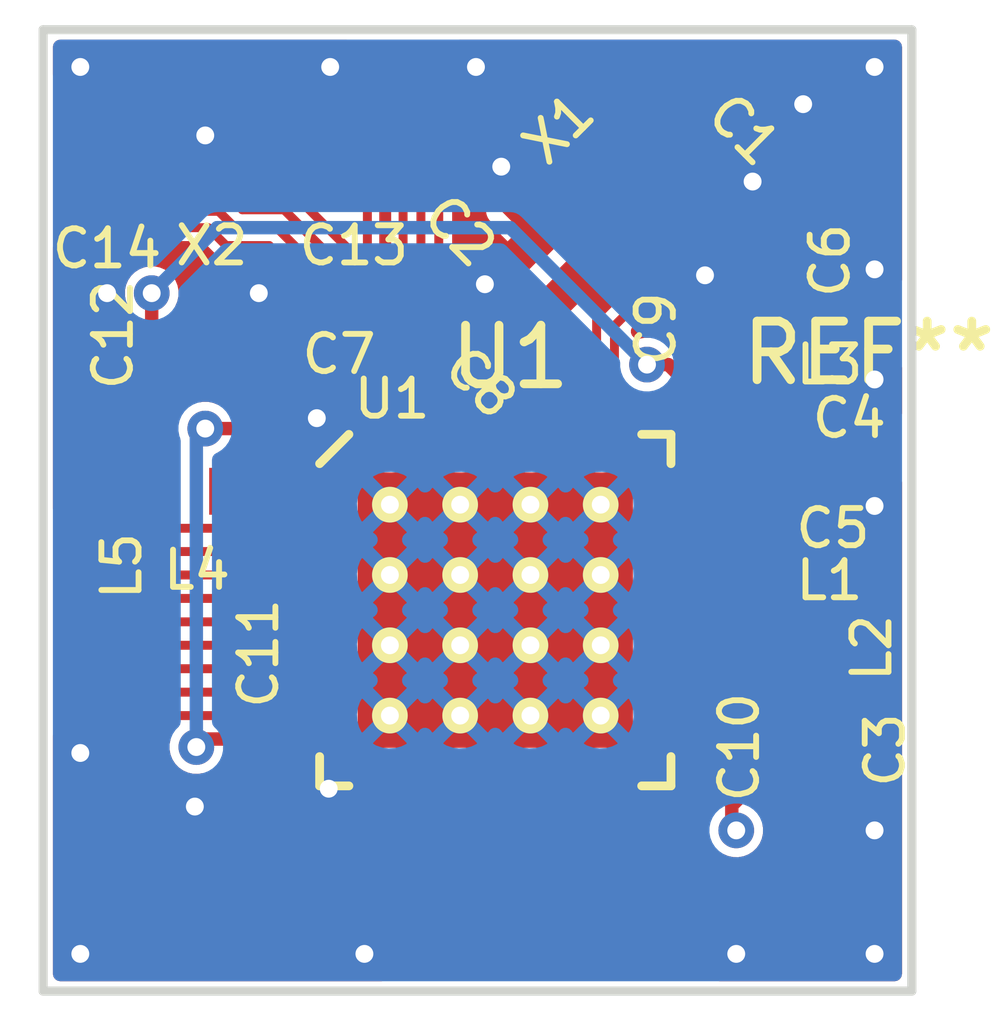
<source format=kicad_pcb>
(kicad_pcb (version 4) (host pcbnew 4.0.0-stable)

  (general
    (links 83)
    (no_connects 3)
    (area 41.129536 -98.38002 117.176334 -76.15682)
    (thickness 1.6)
    (drawings 30)
    (tracks 200)
    (zones 0)
    (modules 46)
    (nets 17)
  )

  (page A4)
  (layers
    (0 F.Cu signal)
    (31 B.Cu signal)
    (32 B.Adhes user)
    (33 F.Adhes user)
    (34 B.Paste user)
    (35 F.Paste user)
    (36 B.SilkS user)
    (37 F.SilkS user)
    (38 B.Mask user)
    (39 F.Mask user)
    (40 Dwgs.User user)
    (41 Cmts.User user)
    (42 Eco1.User user)
    (43 Eco2.User user)
    (44 Edge.Cuts user)
    (45 Margin user)
    (46 B.CrtYd user)
    (47 F.CrtYd user)
    (48 B.Fab user)
    (49 F.Fab user)
  )

  (setup
    (last_trace_width 0.254)
    (trace_clearance 0.1524)
    (zone_clearance 0.09144)
    (zone_45_only yes)
    (trace_min 0.152)
    (segment_width 0.2)
    (edge_width 0.1)
    (via_size 0.6096)
    (via_drill 0.3048)
    (via_min_size 0.6096)
    (via_min_drill 0.3048)
    (uvia_size 0.508)
    (uvia_drill 0.127)
    (uvias_allowed no)
    (uvia_min_size 0.508)
    (uvia_min_drill 0.127)
    (pcb_text_width 0.3)
    (pcb_text_size 1.5 1.5)
    (mod_edge_width 0.15)
    (mod_text_size 1 1)
    (mod_text_width 0.15)
    (pad_size 1.2 1.1)
    (pad_drill 0)
    (pad_to_mask_clearance 0)
    (aux_axis_origin 0 0)
    (visible_elements 7FFCFF7F)
    (pcbplotparams
      (layerselection 0x00030_80000001)
      (usegerberextensions false)
      (excludeedgelayer true)
      (linewidth 0.100000)
      (plotframeref false)
      (viasonmask false)
      (mode 1)
      (useauxorigin false)
      (hpglpennumber 1)
      (hpglpenspeed 20)
      (hpglpendiameter 15)
      (hpglpenoverlay 2)
      (psnegative false)
      (psa4output false)
      (plotreference true)
      (plotvalue true)
      (plotinvisibletext false)
      (padsonsilk false)
      (subtractmaskfromsilk false)
      (outputformat 1)
      (mirror false)
      (drillshape 0)
      (scaleselection 1)
      (outputdirectory GerberOutput/))
  )

  (net 0 "")
  (net 1 XL1)
  (net 2 XL2)
  (net 3 GND)
  (net 4 "Net-(C1-Pad1)")
  (net 5 "Net-(C2-Pad1)")
  (net 6 "Net-(C3-Pad1)")
  (net 7 "Net-(C4-Pad1)")
  (net 8 "Net-(C5-Pad2)")
  (net 9 "Net-(C6-Pad1)")
  (net 10 "Net-(C8-Pad2)")
  (net 11 "Net-(C12-Pad1)")
  (net 12 "Net-(C10-Pad2)")
  (net 13 "Net-(L1-Pad2)")
  (net 14 "Net-(L4-Pad1)")
  (net 15 "Net-(L4-Pad2)")
  (net 16 "Net-(C11-Pad1)")

  (net_class Default "This is the default net class."
    (clearance 0.1524)
    (trace_width 0.254)
    (via_dia 0.6096)
    (via_drill 0.3048)
    (uvia_dia 0.508)
    (uvia_drill 0.127)
    (add_net GND)
    (add_net "Net-(C1-Pad1)")
    (add_net "Net-(C10-Pad2)")
    (add_net "Net-(C11-Pad1)")
    (add_net "Net-(C12-Pad1)")
    (add_net "Net-(C2-Pad1)")
    (add_net "Net-(C3-Pad1)")
    (add_net "Net-(C4-Pad1)")
    (add_net "Net-(C5-Pad2)")
    (add_net "Net-(C6-Pad1)")
    (add_net "Net-(C8-Pad2)")
    (add_net "Net-(L1-Pad2)")
    (add_net "Net-(L4-Pad1)")
    (add_net "Net-(L4-Pad2)")
    (add_net XL1)
    (add_net XL2)
  )

  (net_class "Net-(C6-Pad1)" ""
    (clearance 0.1524)
    (trace_width 0.9398)
    (via_dia 0.6096)
    (via_drill 0.3048)
    (uvia_dia 0.508)
    (uvia_drill 0.127)
  )

  (module dcdc:INDC1608X06L (layer F.Cu) (tedit 566F5887) (tstamp 539EEDBF)
    (at 78.92 -87.52 180)
    (path /566C9E5B)
    (attr smd)
    (fp_text reference L4 (at 0 0 180) (layer F.SilkS) hide
      (effects (font (thickness 0.05)))
    )
    (fp_text value 10uH (at 0 0 180) (layer F.SilkS) hide
      (effects (font (thickness 0.05)))
    )
    (pad 1 smd rect (at 0.675 0 90) (size 0.800001 0.750001) (layers F.Cu F.Paste F.Mask)
      (net 14 "Net-(L4-Pad1)"))
    (pad 2 smd rect (at -0.675 0 90) (size 0.800001 0.750001) (layers F.Cu F.Paste F.Mask)
      (net 15 "Net-(L4-Pad2)"))
    (model "${KIPRJMOD}/dcdc.3dshapes/wrl/User Library-Chip Inductor.wrl"
      (at (xyz 0 0.0187 0.015748))
      (scale (xyz 0.393701 0.393701 0.393701))
      (rotate (xyz 360 360 180))
    )
    (model ${KIPRJMOD}/dcdc.3dshapes/wrlshp/3C0C10DE-CD94.wrl
      (at (xyz 0 0 0))
      (scale (xyz 1 1 1))
      (rotate (xyz 0 0 0))
    )
  )

  (module dcdc:INDC1005X04L (layer F.Cu) (tedit 566F58D6) (tstamp 539EEDBF)
    (at 77.4 -87.93 180)
    (path /566C9933)
    (attr smd)
    (fp_text reference L5 (at 0 0 180) (layer F.SilkS) hide
      (effects (font (thickness 0.05)))
    )
    (fp_text value 15nH (at 0 0 180) (layer F.SilkS) hide
      (effects (font (thickness 0.05)))
    )
    (pad 2 smd rect (at 0 -0.475) (size 0.499999 0.650001) (layers F.Cu F.Paste F.Mask)
      (net 14 "Net-(L4-Pad1)"))
    (pad 1 smd rect (at 0 0.475) (size 0.499999 0.650001) (layers F.Cu F.Paste F.Mask)
      (net 11 "Net-(C12-Pad1)"))
  )

  (module dcdc:XTAL_3215 (layer F.Cu) (tedit 4289BEAB) (tstamp 539EEDBF)
    (at 79.152935 -93.467217)
    (path /539EEC0F)
    (attr smd)
    (fp_text reference X2 (at 0 0) (layer F.SilkS) hide
      (effects (font (thickness 0.05)))
    )
    (fp_text value "XTAL SMD 3.2 x 1.5 mm" (at 0 0) (layer F.SilkS) hide
      (effects (font (thickness 0.05)))
    )
    (pad 2 smd rect (at -1.25 0 180) (size 1.000001 1.799999) (layers F.Cu F.Paste F.Mask)
      (net 1 XL1))
    (pad 1 smd rect (at 1.25 0 180) (size 1.000001 1.799999) (layers F.Cu F.Paste F.Mask)
      (net 2 XL2))
  )

  (module dcdc:CAPC1005X04L (layer F.Cu) (tedit 4289BEAB) (tstamp 539EEDBF)
    (at 81.438935 -93.467217)
    (path /539EEC0F)
    (attr smd)
    (fp_text reference C13 (at 0 0) (layer F.SilkS) hide
      (effects (font (thickness 0.05)))
    )
    (fp_text value "Chip Capacitor, 2-Leads, Body 1.0x0.5mm, IPC High Density" (at 0 0) (layer F.SilkS) hide
      (effects (font (thickness 0.05)))
    )
    (pad 1 smd rect (at 0 -0.5) (size 0.499999 0.599999) (layers F.Cu F.Paste F.Mask)
      (net 3 GND))
    (pad 2 smd rect (at 0 0.5) (size 0.499999 0.599999) (layers F.Cu F.Paste F.Mask)
      (net 2 XL2))
  )

  (module dcdc:CAPC1005X04L (layer F.Cu) (tedit 4289BEAB) (tstamp 539EEDBF)
    (at 76.866935 -93.467217)
    (path /539EEC0F)
    (attr smd)
    (fp_text reference C14 (at 0 0) (layer F.SilkS) hide
      (effects (font (thickness 0.05)))
    )
    (fp_text value "Chip Capacitor, 2-Leads, Body 1.0x0.5mm, IPC High Density" (at 0 0) (layer F.SilkS) hide
      (effects (font (thickness 0.05)))
    )
    (pad 1 smd rect (at 0 -0.5) (size 0.499999 0.599999) (layers F.Cu F.Paste F.Mask)
      (net 3 GND))
    (pad 2 smd rect (at 0 0.5) (size 0.499999 0.599999) (layers F.Cu F.Paste F.Mask)
      (net 1 XL1))
  )

  (module dcdc:CAPC1005X04L (layer F.Cu) (tedit 566F593C) (tstamp 539EEDBF)
    (at 84.842528 -90.063625 45)
    (path /566CC4CB)
    (attr smd)
    (fp_text reference C8 (at 0 0 45) (layer F.SilkS) hide
      (effects (font (thickness 0.05)))
    )
    (fp_text value 100nF (at 0 0 45) (layer F.SilkS) hide
      (effects (font (thickness 0.05)))
    )
    (pad 1 smd rect (at 0 -0.5 45) (size 0.499999 0.599999) (layers F.Cu F.Paste F.Mask)
      (net 3 GND))
    (pad 2 smd rect (at 0 0.5 45) (size 0.499999 0.599999) (layers F.Cu F.Paste F.Mask)
      (net 10 "Net-(C8-Pad2)"))
  )

  (module dcdc:CAPC1005X04L (layer F.Cu) (tedit 4289BEAB) (tstamp 539EEDBF)
    (at 84.791728 -91.130425 225)
    (path /566CD1BB)
    (attr smd)
    (fp_text reference C2 (at 0 0 225) (layer F.SilkS) hide
      (effects (font (thickness 0.05)))
    )
    (fp_text value 12pF (at 0 0 225) (layer F.SilkS) hide
      (effects (font (thickness 0.05)))
    )
    (pad 1 smd rect (at 0 -0.5 225) (size 0.499999 0.599999) (layers F.Cu F.Paste F.Mask)
      (net 5 "Net-(C2-Pad1)"))
    (pad 2 smd rect (at 0 0.5 225) (size 0.499999 0.599999) (layers F.Cu F.Paste F.Mask)
      (net 3 GND))
  )

  (module dcdc:CAPC1005X04L (layer F.Cu) (tedit 566F572B) (tstamp 539EEDBF)
    (at 87.458728 -93.797425 45)
    (path /566CD21B)
    (attr smd)
    (fp_text reference C1 (at 0 0 45) (layer F.SilkS) hide
      (effects (font (thickness 0.05)))
    )
    (fp_text value 12pF (at 0 0 45) (layer F.SilkS) hide
      (effects (font (thickness 0.05)))
    )
    (pad 1 smd rect (at 0 -0.5 45) (size 0.499999 0.599999) (layers F.Cu F.Paste F.Mask)
      (net 4 "Net-(C1-Pad1)"))
    (pad 2 smd rect (at 0 0.5 45) (size 0.499999 0.599999) (layers F.Cu F.Paste F.Mask)
      (net 3 GND))
  )

  (module dcdc:CAPC1005X04L (layer F.Cu) (tedit 4289BEAB) (tstamp 539EEDBF)
    (at 88.652528 -91.308225 180)
    (path /566CCFD6)
    (attr smd)
    (fp_text reference C6 (at 0 0 180) (layer F.SilkS) hide
      (effects (font (thickness 0.05)))
    )
    (fp_text value 1.5pF (at 0 0 180) (layer F.SilkS) hide
      (effects (font (thickness 0.05)))
    )
    (pad 1 smd rect (at 0 -0.5 180) (size 0.499999 0.599999) (layers F.Cu F.Paste F.Mask)
      (net 9 "Net-(C6-Pad1)"))
    (pad 2 smd rect (at 0 0.5 180) (size 0.499999 0.599999) (layers F.Cu F.Paste F.Mask)
      (net 3 GND))
  )

  (module dcdc:CAPC1005X04L (layer F.Cu) (tedit 566F5901) (tstamp 539EEDBF)
    (at 87.382528 -89.860425 180)
    (path /566CAD24)
    (attr smd)
    (fp_text reference C9 (at 0 0 180) (layer F.SilkS) hide
      (effects (font (thickness 0.05)))
    )
    (fp_text value 1.0nF (at 0 0 180) (layer F.SilkS) hide
      (effects (font (thickness 0.05)))
    )
    (pad 1 smd rect (at 0 -0.5 180) (size 0.499999 0.599999) (layers F.Cu F.Paste F.Mask)
      (net 11 "Net-(C12-Pad1)"))
    (pad 2 smd rect (at 0 0.5 180) (size 0.499999 0.599999) (layers F.Cu F.Paste F.Mask)
      (net 3 GND))
  )

  (module dcdc:INDC1005X04L (layer F.Cu) (tedit 4289BEAB) (tstamp 539EEDBF)
    (at 88.652528 -89.504825)
    (path /566CC2F0)
    (attr smd)
    (fp_text reference L3 (at 0 0) (layer F.SilkS) hide
      (effects (font (thickness 0.05)))
    )
    (fp_text value 3.3nH (at 0 0) (layer F.SilkS) hide
      (effects (font (thickness 0.05)))
    )
    (pad 2 smd rect (at 0 -0.475 180) (size 0.499999 0.650001) (layers F.Cu F.Paste F.Mask)
      (net 9 "Net-(C6-Pad1)"))
    (pad 1 smd rect (at 0 0.475 180) (size 0.499999 0.650001) (layers F.Cu F.Paste F.Mask)
      (net 7 "Net-(C4-Pad1)"))
  )

  (module dcdc:CAPC1005X04L (layer F.Cu) (tedit 4289BEAB) (tstamp 539EEDBF)
    (at 89.947928 -88.260225 90)
    (path /566CCC82)
    (attr smd)
    (fp_text reference C4 (at 0 0 90) (layer F.SilkS) hide
      (effects (font (thickness 0.05)))
    )
    (fp_text value 1.0pF (at 0 0 90) (layer F.SilkS) hide
      (effects (font (thickness 0.05)))
    )
    (pad 1 smd rect (at 0 -0.5 90) (size 0.499999 0.599999) (layers F.Cu F.Paste F.Mask)
      (net 7 "Net-(C4-Pad1)"))
    (pad 2 smd rect (at 0 0.5 90) (size 0.499999 0.599999) (layers F.Cu F.Paste F.Mask)
      (net 3 GND))
  )

  (module dcdc:CAPC1005X04L (layer F.Cu) (tedit 4289BEAB) (tstamp 539EEDBF)
    (at 88.652528 -87.701425)
    (path /566CCB65)
    (attr smd)
    (fp_text reference C5 (at 0 0) (layer F.SilkS) hide
      (effects (font (thickness 0.05)))
    )
    (fp_text value 3.9pF (at 0 0) (layer F.SilkS) hide
      (effects (font (thickness 0.05)))
    )
    (pad 1 smd rect (at 0 -0.5) (size 0.499999 0.599999) (layers F.Cu F.Paste F.Mask)
      (net 7 "Net-(C4-Pad1)"))
    (pad 2 smd rect (at 0 0.5) (size 0.499999 0.599999) (layers F.Cu F.Paste F.Mask)
      (net 8 "Net-(C5-Pad2)"))
  )

  (module dcdc:INDC1005X04L (layer F.Cu) (tedit 4289BEAB) (tstamp 539EEDBF)
    (at 88.652528 -85.898025 180)
    (path /566CC298)
    (attr smd)
    (fp_text reference L1 (at 0 0 180) (layer F.SilkS) hide
      (effects (font (thickness 0.05)))
    )
    (fp_text value 4.7nH (at 0 0 180) (layer F.SilkS) hide
      (effects (font (thickness 0.05)))
    )
    (pad 2 smd rect (at 0 -0.475) (size 0.499999 0.650001) (layers F.Cu F.Paste F.Mask)
      (net 13 "Net-(L1-Pad2)"))
    (pad 1 smd rect (at 0 0.475) (size 0.499999 0.650001) (layers F.Cu F.Paste F.Mask)
      (net 8 "Net-(C5-Pad2)"))
  )

  (module dcdc:INDC1005X04L (layer F.Cu) (tedit 4289BEAB) (tstamp 539EEDBF)
    (at 89.36373 -84.755025 180)
    (path /566CC23E)
    (attr smd)
    (fp_text reference L2 (at 0 0 180) (layer F.SilkS) hide
      (effects (font (thickness 0.05)))
    )
    (fp_text value 27nH (at 0 0 180) (layer F.SilkS) hide
      (effects (font (thickness 0.05)))
    )
    (pad 2 smd rect (at 0 -0.475) (size 0.499999 0.650001) (layers F.Cu F.Paste F.Mask)
      (net 6 "Net-(C3-Pad1)"))
    (pad 1 smd rect (at 0 0.475) (size 0.499999 0.650001) (layers F.Cu F.Paste F.Mask)
      (net 13 "Net-(L1-Pad2)"))
  )

  (module dcdc:CAPC1005X04L (layer F.Cu) (tedit 4289BEAB) (tstamp 539EEDBF)
    (at 89.617728 -82.951625)
    (path /566CC3D8)
    (attr smd)
    (fp_text reference C3 (at 0 0) (layer F.SilkS) hide
      (effects (font (thickness 0.05)))
    )
    (fp_text value 2.2nF (at 0 0) (layer F.SilkS) hide
      (effects (font (thickness 0.05)))
    )
    (pad 1 smd rect (at 0 -0.5) (size 0.499999 0.599999) (layers F.Cu F.Paste F.Mask)
      (net 6 "Net-(C3-Pad1)"))
    (pad 2 smd rect (at 0 0.5) (size 0.499999 0.599999) (layers F.Cu F.Paste F.Mask)
      (net 3 GND))
  )

  (module dcdc:CAPC1005X04L (layer F.Cu) (tedit 566F57C9) (tstamp 539EEDBF)
    (at 88.779528 -82.951625 180)
    (path /566CC50B)
    (attr smd)
    (fp_text reference C10 (at 0 0 180) (layer F.SilkS) hide
      (effects (font (thickness 0.05)))
    )
    (fp_text value 47nF (at 0 0 180) (layer F.SilkS) hide
      (effects (font (thickness 0.05)))
    )
    (pad 1 smd rect (at 0 -0.5 180) (size 0.499999 0.599999) (layers F.Cu F.Paste F.Mask)
      (net 3 GND))
    (pad 2 smd rect (at 0 0.5 180) (size 0.499999 0.599999) (layers F.Cu F.Paste F.Mask)
      (net 12 "Net-(C10-Pad2)"))
  )

  (module dcdc:CAPC1005X04L (layer F.Cu) (tedit 566F58C5) (tstamp 539EEDBF)
    (at 79.737125 -82.646825)
    (path /566CC608)
    (attr smd)
    (fp_text reference C11 (at 0 0) (layer F.SilkS) hide
      (effects (font (thickness 0.05)))
    )
    (fp_text value 100nF (at 0 0) (layer F.SilkS) hide
      (effects (font (thickness 0.05)))
    )
    (pad 1 smd rect (at 0 -0.5) (size 0.499999 0.599999) (layers F.Cu F.Paste F.Mask)
      (net 16 "Net-(C11-Pad1)"))
    (pad 2 smd rect (at 0 0.5) (size 0.499999 0.599999) (layers F.Cu F.Paste F.Mask)
      (net 3 GND))
  )

  (module dcdc:CAPC1608X06L (layer F.Cu) (tedit 566F585E) (tstamp 539EEDBF)
    (at 78.263928 -89.327025 180)
    (path /566CAA6A)
    (attr smd)
    (fp_text reference C12 (at 0 0 180) (layer F.SilkS) hide
      (effects (font (thickness 0.05)))
    )
    (fp_text value 1.0uF (at 0 0 180) (layer F.SilkS) hide
      (effects (font (thickness 0.05)))
    )
    (pad 1 smd rect (at 0 0.675) (size 0.800001 0.750001) (layers F.Cu F.Paste F.Mask)
      (net 11 "Net-(C12-Pad1)"))
    (pad 2 smd rect (at 0 -0.675) (size 0.800001 0.750001) (layers F.Cu F.Paste F.Mask)
      (net 3 GND))
    (model "${KIPRJMOD}/dcdc.3dshapes/wrl/User Library-Chip Capacitor 0603.wrl"
      (at (xyz 0.01693 -0 0.015748))
      (scale (xyz 0.393701 0.393701 0.393701))
      (rotate (xyz 360 360 270))
    )
    (model ${KIPRJMOD}/dcdc.3dshapes/wrlshp/B6A667F8-9D07.wrl
      (at (xyz 0 0 0))
      (scale (xyz 1 1 1))
      (rotate (xyz 0 0 180))
    )
  )

  (module dcdc:CAPC1608X06L (layer F.Cu) (tedit 566F5854) (tstamp 539EEDBF)
    (at 80.067328 -89.327025)
    (path /566CC56A)
    (attr smd)
    (fp_text reference C7 (at 0 0) (layer F.SilkS) hide
      (effects (font (thickness 0.05)))
    )
    (fp_text value 4.7uF (at 0 0) (layer F.SilkS) hide
      (effects (font (thickness 0.05)))
    )
    (pad 1 smd rect (at 0 0.675 180) (size 0.800001 0.750001) (layers F.Cu F.Paste F.Mask)
      (net 16 "Net-(C11-Pad1)"))
    (pad 2 smd rect (at 0 -0.675 180) (size 0.800001 0.750001) (layers F.Cu F.Paste F.Mask)
      (net 3 GND))
    (model "${KIPRJMOD}/dcdc.3dshapes/wrl/User Library-Chip Capacitor 0603.wrl"
      (at (xyz 0.01693 -0 0.015748))
      (scale (xyz 0.393701 0.393701 0.393701))
      (rotate (xyz 360 360 270))
    )
    (model ${KIPRJMOD}/dcdc.3dshapes/wrlshp/B6A667F8-9D07.wrl
      (at (xyz 0 0 0))
      (scale (xyz 1 1 1))
      (rotate (xyz 0 0 180))
    )
  )

  (module dcdc:VIA-0.6096 (layer F.Cu) (tedit 566CDEA6) (tstamp 566CE167)
    (at 79.15294 -93.59422)
    (fp_text reference REF** (at 0 2.54) (layer F.SilkS) hide
      (effects (font (size 1 1) (thickness 0.15)))
    )
    (fp_text value VIA-0.6096 (at 0 -2.54) (layer F.Fab) hide
      (effects (font (size 1 1) (thickness 0.15)))
    )
    (pad 1 thru_hole circle (at 0 0) (size 0.6096 0.6096) (drill 0.3048) (layers *.Cu)
      (net 3 GND) (zone_connect 2))
  )

  (module dcdc:VIA-0.6096 (layer F.Cu) (tedit 566CDEA6) (tstamp 566CE167)
    (at 89.36373 -94.12762)
    (fp_text reference REF** (at 0 2.54) (layer F.SilkS) hide
      (effects (font (size 1 1) (thickness 0.15)))
    )
    (fp_text value VIA-0.6096 (at 0 -2.54) (layer F.Fab) hide
      (effects (font (size 1 1) (thickness 0.15)))
    )
    (pad 1 thru_hole circle (at 0 0) (size 0.6096 0.6096) (drill 0.3048) (layers *.Cu)
      (net 3 GND) (zone_connect 2))
  )

  (module dcdc:VIA-0.6096 (layer F.Cu) (tedit 566CDEA6) (tstamp 566CE167)
    (at 83.77574 -94.76262)
    (fp_text reference REF** (at 0 2.54) (layer F.SilkS) hide
      (effects (font (size 1 1) (thickness 0.15)))
    )
    (fp_text value VIA-0.6096 (at 0 -2.54) (layer F.Fab) hide
      (effects (font (size 1 1) (thickness 0.15)))
    )
    (pad 1 thru_hole circle (at 0 0) (size 0.6096 0.6096) (drill 0.3048) (layers *.Cu)
      (net 3 GND) (zone_connect 2))
  )

  (module dcdc:VIA-0.6096 (layer F.Cu) (tedit 566CDEA6) (tstamp 566CE167)
    (at 90.58294 -94.76262)
    (fp_text reference REF** (at 0 2.54) (layer F.SilkS) hide
      (effects (font (size 1 1) (thickness 0.15)))
    )
    (fp_text value VIA-0.6096 (at 0 -2.54) (layer F.Fab) hide
      (effects (font (size 1 1) (thickness 0.15)))
    )
    (pad 1 thru_hole circle (at 0 0) (size 0.6096 0.6096) (drill 0.3048) (layers *.Cu)
      (net 3 GND) (zone_connect 2))
  )

  (module dcdc:VIA-0.6096 (layer F.Cu) (tedit 566CDEA6) (tstamp 566CE167)
    (at 77.01934 -94.76262)
    (fp_text reference REF** (at 0 2.54) (layer F.SilkS) hide
      (effects (font (size 1 1) (thickness 0.15)))
    )
    (fp_text value VIA-0.6096 (at 0 -2.54) (layer F.Fab) hide
      (effects (font (size 1 1) (thickness 0.15)))
    )
    (pad 1 thru_hole circle (at 0 0) (size 0.6096 0.6096) (drill 0.3048) (layers *.Cu)
      (net 3 GND) (zone_connect 2))
  )

  (module dcdc:VIA-0.6096 (layer F.Cu) (tedit 566CDEA6) (tstamp 566CE167)
    (at 81.28654 -94.76262)
    (fp_text reference REF** (at 0 2.54) (layer F.SilkS) hide
      (effects (font (size 1 1) (thickness 0.15)))
    )
    (fp_text value VIA-0.6096 (at 0 -2.54) (layer F.Fab) hide
      (effects (font (size 1 1) (thickness 0.15)))
    )
    (pad 1 thru_hole circle (at 0 0) (size 0.6096 0.6096) (drill 0.3048) (layers *.Cu)
      (net 3 GND) (zone_connect 2))
  )

  (module dcdc:VIA-0.6096 (layer F.Cu) (tedit 566CDEA6) (tstamp 566CE167)
    (at 80.06733 -90.90182)
    (fp_text reference REF** (at 0 2.54) (layer F.SilkS) hide
      (effects (font (size 1 1) (thickness 0.15)))
    )
    (fp_text value VIA-0.6096 (at 0 -2.54) (layer F.Fab) hide
      (effects (font (size 1 1) (thickness 0.15)))
    )
    (pad 1 thru_hole circle (at 0 0) (size 0.6096 0.6096) (drill 0.3048) (layers *.Cu)
      (net 3 GND) (zone_connect 2))
  )

  (module dcdc:VIA-0.6096 (layer F.Cu) (tedit 566CDEA6) (tstamp 566CE167)
    (at 81.05793 -88.76822)
    (fp_text reference REF** (at 0 2.54) (layer F.SilkS) hide
      (effects (font (size 1 1) (thickness 0.15)))
    )
    (fp_text value VIA-0.6096 (at 0 -2.54) (layer F.Fab) hide
      (effects (font (size 1 1) (thickness 0.15)))
    )
    (pad 1 thru_hole circle (at 0 0) (size 0.6096 0.6096) (drill 0.3048) (layers *.Cu)
      (net 3 GND) (zone_connect 2))
  )

  (module dcdc:VIA-0.6096 (layer F.Cu) (tedit 566CDEA6) (tstamp 566CE167)
    (at 77.01933 -83.05322)
    (fp_text reference REF** (at 0 2.54) (layer F.SilkS) hide
      (effects (font (size 1 1) (thickness 0.15)))
    )
    (fp_text value VIA-0.6096 (at 0 -2.54) (layer F.Fab) hide
      (effects (font (size 1 1) (thickness 0.15)))
    )
    (pad 1 thru_hole circle (at 0 0) (size 0.6096 0.6096) (drill 0.3048) (layers *.Cu)
      (net 3 GND) (zone_connect 2))
  )

  (module dcdc:VIA-0.6096 (layer F.Cu) (tedit 566CDEA6) (tstamp 566CE167)
    (at 77.01934 -79.62422)
    (fp_text reference REF** (at 0 2.54) (layer F.SilkS) hide
      (effects (font (size 1 1) (thickness 0.15)))
    )
    (fp_text value VIA-0.6096 (at 0 -2.54) (layer F.Fab) hide
      (effects (font (size 1 1) (thickness 0.15)))
    )
    (pad 1 thru_hole circle (at 0 0) (size 0.6096 0.6096) (drill 0.3048) (layers *.Cu)
      (net 3 GND) (zone_connect 2))
  )

  (module dcdc:VIA-0.6096 (layer F.Cu) (tedit 566CDEA6) (tstamp 566CE167)
    (at 84.20753 -93.06082)
    (fp_text reference REF** (at 0 2.54) (layer F.SilkS) hide
      (effects (font (size 1 1) (thickness 0.15)))
    )
    (fp_text value VIA-0.6096 (at 0 -2.54) (layer F.Fab) hide
      (effects (font (size 1 1) (thickness 0.15)))
    )
    (pad 1 thru_hole circle (at 0 0) (size 0.6096 0.6096) (drill 0.3048) (layers *.Cu)
      (net 3 GND) (zone_connect 2))
  )

  (module dcdc:VIA-0.6096 (layer F.Cu) (tedit 566CDEA6) (tstamp 566CE167)
    (at 90.58294 -81.73242)
    (fp_text reference REF** (at 0 2.54) (layer F.SilkS) hide
      (effects (font (size 1 1) (thickness 0.15)))
    )
    (fp_text value VIA-0.6096 (at 0 -2.54) (layer F.Fab) hide
      (effects (font (size 1 1) (thickness 0.15)))
    )
    (pad 1 thru_hole circle (at 0 0) (size 0.6096 0.6096) (drill 0.3048) (layers *.Cu)
      (net 3 GND) (zone_connect 2))
  )

  (module dcdc:VIA-0.6096 (layer F.Cu) (tedit 566CDEA6) (tstamp 566CE167)
    (at 83.92813 -91.05422)
    (fp_text reference REF** (at 0 2.54) (layer F.SilkS) hide
      (effects (font (size 1 1) (thickness 0.15)))
    )
    (fp_text value VIA-0.6096 (at 0 -2.54) (layer F.Fab) hide
      (effects (font (size 1 1) (thickness 0.15)))
    )
    (pad 1 thru_hole circle (at 0 0) (size 0.6096 0.6096) (drill 0.3048) (layers *.Cu)
      (net 3 GND) (zone_connect 2))
  )

  (module dcdc:VIA-0.6096 (layer F.Cu) (tedit 566CDEA6) (tstamp 566CE167)
    (at 81.26113 -82.44362)
    (fp_text reference REF** (at 0 2.54) (layer F.SilkS) hide
      (effects (font (size 1 1) (thickness 0.15)))
    )
    (fp_text value VIA-0.6096 (at 0 -2.54) (layer F.Fab) hide
      (effects (font (size 1 1) (thickness 0.15)))
    )
    (pad 1 thru_hole circle (at 0 0) (size 0.6096 0.6096) (drill 0.3048) (layers *.Cu)
      (net 3 GND) (zone_connect 2))
  )

  (module dcdc:VIA-0.6096 (layer F.Cu) (tedit 566CDEA6) (tstamp 566CE167)
    (at 78.97513 -82.13882)
    (fp_text reference REF** (at 0 2.54) (layer F.SilkS) hide
      (effects (font (size 1 1) (thickness 0.15)))
    )
    (fp_text value VIA-0.6096 (at 0 -2.54) (layer F.Fab) hide
      (effects (font (size 1 1) (thickness 0.15)))
    )
    (pad 1 thru_hole circle (at 0 0) (size 0.6096 0.6096) (drill 0.3048) (layers *.Cu)
      (net 3 GND) (zone_connect 2))
  )

  (module dcdc:VIA-0.6096 (layer F.Cu) (tedit 566CDEA6) (tstamp 566CE167)
    (at 77.47653 -90.90182)
    (fp_text reference REF** (at 0 2.54) (layer F.SilkS) hide
      (effects (font (size 1 1) (thickness 0.15)))
    )
    (fp_text value VIA-0.6096 (at 0 -2.54) (layer F.Fab) hide
      (effects (font (size 1 1) (thickness 0.15)))
    )
    (pad 1 thru_hole circle (at 0 0) (size 0.6096 0.6096) (drill 0.3048) (layers *.Cu)
      (net 3 GND) (zone_connect 2))
  )

  (module dcdc:VIA-0.6096 (layer F.Cu) (tedit 566CDEA6) (tstamp 566CE167)
    (at 90.58294 -89.42862)
    (fp_text reference REF** (at 0 2.54) (layer F.SilkS) hide
      (effects (font (size 1 1) (thickness 0.15)))
    )
    (fp_text value VIA-0.6096 (at 0 -2.54) (layer F.Fab) hide
      (effects (font (size 1 1) (thickness 0.15)))
    )
    (pad 1 thru_hole circle (at 0 0) (size 0.6096 0.6096) (drill 0.3048) (layers *.Cu)
      (net 3 GND) (zone_connect 2))
  )

  (module dcdc:VIA-0.6096 (layer F.Cu) (tedit 566CDEA6) (tstamp 566CE167)
    (at 90.58294 -91.30822)
    (fp_text reference REF** (at 0 2.54) (layer F.SilkS) hide
      (effects (font (size 1 1) (thickness 0.15)))
    )
    (fp_text value VIA-0.6096 (at 0 -2.54) (layer F.Fab) hide
      (effects (font (size 1 1) (thickness 0.15)))
    )
    (pad 1 thru_hole circle (at 0 0) (size 0.6096 0.6096) (drill 0.3048) (layers *.Cu)
      (net 3 GND) (zone_connect 2))
  )

  (module dcdc:VIA-0.6096 (layer F.Cu) (tedit 566CDEA6) (tstamp 566CE167)
    (at 90.58294 -79.62422)
    (fp_text reference REF** (at 0 2.54) (layer F.SilkS) hide
      (effects (font (size 1 1) (thickness 0.15)))
    )
    (fp_text value VIA-0.6096 (at 0 -2.54) (layer F.Fab) hide
      (effects (font (size 1 1) (thickness 0.15)))
    )
    (pad 1 thru_hole circle (at 0 0) (size 0.6096 0.6096) (drill 0.3048) (layers *.Cu)
      (net 3 GND) (zone_connect 2))
  )

  (module dcdc:VIA-0.6096 (layer F.Cu) (tedit 566CDEA6) (tstamp 566CE167)
    (at 88.22074 -79.62422)
    (fp_text reference REF** (at 0 2.54) (layer F.SilkS) hide
      (effects (font (size 1 1) (thickness 0.15)))
    )
    (fp_text value VIA-0.6096 (at 0 -2.54) (layer F.Fab) hide
      (effects (font (size 1 1) (thickness 0.15)))
    )
    (pad 1 thru_hole circle (at 0 0) (size 0.6096 0.6096) (drill 0.3048) (layers *.Cu)
      (net 3 GND) (zone_connect 2))
  )

  (module dcdc:VIA-0.6096 (layer F.Cu) (tedit 566CDEA6) (tstamp 566CE167)
    (at 81.87074 -79.62422)
    (fp_text reference REF** (at 0 2.54) (layer F.SilkS) hide
      (effects (font (size 1 1) (thickness 0.15)))
    )
    (fp_text value VIA-0.6096 (at 0 -2.54) (layer F.Fab) hide
      (effects (font (size 1 1) (thickness 0.15)))
    )
    (pad 1 thru_hole circle (at 0 0) (size 0.6096 0.6096) (drill 0.3048) (layers *.Cu)
      (net 3 GND) (zone_connect 2))
  )

  (module dcdc:VIA-0.6096 (layer F.Cu) (tedit 566CDEA6) (tstamp 566CE167)
    (at 90.58294 -87.26962)
    (fp_text reference REF** (at 0 2.54) (layer F.SilkS) hide
      (effects (font (size 1 1) (thickness 0.15)))
    )
    (fp_text value VIA-0.6096 (at 0 -2.54) (layer F.Fab) hide
      (effects (font (size 1 1) (thickness 0.15)))
    )
    (pad 1 thru_hole circle (at 0 0) (size 0.6096 0.6096) (drill 0.3048) (layers *.Cu)
      (net 3 GND) (zone_connect 2))
  )

  (module dcdc:antenna (layer F.Cu) (tedit 566F8B52) (tstamp 566F4979)
    (at 90.48133 -90.37934)
    (fp_text reference REF** (at 0 0.5) (layer F.SilkS)
      (effects (font (size 1 1) (thickness 0.15)))
    )
    (fp_text value antenna (at 0 -0.5) (layer F.Fab)
      (effects (font (size 1 1) (thickness 0.15)))
    )
    (pad 1 smd rect (at 0 0) (size 1.016 0.9398) (layers F.Cu F.Paste F.Mask)
      (net 9 "Net-(C6-Pad1)"))
  )

  (module dcdc:BT-XTAL_2520 (layer F.Cu) (tedit 56D1D41B) (tstamp 56704807)
    (at 86.112528 -92.451225 180)
    (path /566BCA38)
    (attr smd)
    (fp_text reference X1 (at 0 0 360) (layer F.SilkS) hide
      (effects (font (thickness 0.05)))
    )
    (fp_text value Crystal (at 0 0 360) (layer F.SilkS) hide
      (effects (font (thickness 0.05)))
    )
    (pad 4 smd rect (at 1.09601 -0.10606 225) (size 1.2 1.1) (layers F.Cu F.Paste F.Mask)
      (net 3 GND))
    (pad 1 smd rect (at 0.10607 -1.09601 225) (size 1.2 1.1) (layers F.Cu F.Paste F.Mask)
      (net 5 "Net-(C2-Pad1)"))
    (pad 2 smd rect (at -0.10607 1.09602 225) (size 1.2 1.1) (layers F.Cu F.Paste F.Mask)
      (net 4 "Net-(C1-Pad1)"))
    (pad 3 smd rect (at -1.09601 0.10607 225) (size 1.2 1.1) (layers F.Cu F.Paste F.Mask)
      (net 3 GND))
    (model "${KIPRJMOD}/dcdc.3dshapes/wrl/User Library-GeyerElectronics_KX6.wrl"
      (at (xyz -0.00028 -0.00028 0))
      (scale (xyz 0.39370078740158 0.39370078740158 0.39370078740158))
      (rotate (xyz 270 360 135))
    )
    (model ${KIPRJMOD}/dcdc.3dshapes/wrlshp/AFAD9782-D084.wrl
      (at (xyz 0 0 0))
      (scale (xyz 1 1 1))
      (rotate (xyz 0 0 225))
    )
    (model ${KIPRJMOD}/dcdc.3dshapes/wrlshp/A6760B87-8591.wrl
      (at (xyz 0 0 0))
      (scale (xyz 1 1 1))
      (rotate (xyz 0 0 90))
    )
  )

  (module dcdc:VIA-0.6096 (layer F.Cu) (tedit 566CE49D) (tstamp 56706487)
    (at 88.22073 -81.73242)
    (fp_text reference REF** (at 0 2.54) (layer F.SilkS) hide
      (effects (font (size 1 1) (thickness 0.15)))
    )
    (fp_text value VIA-0.6096 (at 0 -2.54) (layer F.Fab) hide
      (effects (font (size 1 1) (thickness 0.15)))
    )
    (pad 1 thru_hole circle (at 0 0) (size 0.6096 0.6096) (drill 0.3048) (layers *.Cu)
      (zone_connect 2))
  )

  (module nrf:nrf51-qfax-1ep-vias (layer F.Cu) (tedit 5671B420) (tstamp 567DC418)
    (at 84.105933 -85.491617)
    (descr "QFN, 48-Leads, Body 6,0x6,0mm (max), Pitch 0,40mm, IPC Medium Density")
    (tags "QFN 0.4")
    (path /567DBE79)
    (attr smd)
    (fp_text reference U1 (at 0.254 -4.318) (layer F.SilkS)
      (effects (font (size 1 1) (thickness 0.15)))
    )
    (fp_text value nrf51822-qfax (at 0.508 4.572) (layer F.Fab)
      (effects (font (size 1 1) (thickness 0.15)))
    )
    (fp_line (start -3 -2.5) (end -2.5 -3) (layer F.SilkS) (width 0.15))
    (fp_line (start 2.5 -3) (end 3 -3) (layer F.SilkS) (width 0.15))
    (fp_line (start 3 -2.5) (end 3 -3) (layer F.SilkS) (width 0.15))
    (fp_line (start 3 3) (end 3 2.5) (layer F.SilkS) (width 0.15))
    (fp_line (start 2.5 3) (end 3 3) (layer F.SilkS) (width 0.15))
    (fp_line (start -3 3) (end -2.5 3) (layer F.SilkS) (width 0.15))
    (fp_line (start -3 3) (end -3 2.5) (layer F.SilkS) (width 0.15))
    (fp_line (start -3.6 3.6) (end -3.6 -3.6) (layer F.CrtYd) (width 0.05))
    (fp_line (start 3.6 3.6) (end 3.6 -3.6) (layer F.CrtYd) (width 0.05))
    (fp_line (start -3.6 -3.6) (end 3.6 -3.6) (layer F.CrtYd) (width 0.05))
    (fp_line (start -3.6 3.6) (end 3.6 3.6) (layer F.CrtYd) (width 0.05))
    (pad 1 smd oval (at -3.025 -2.2 90) (size 0.2 0.650001) (layers F.Cu F.Paste F.Mask)
      (net 16 "Net-(C11-Pad1)"))
    (pad 2 smd oval (at -3.025 -1.8 90) (size 0.2 0.650001) (layers F.Cu F.Paste F.Mask)
      (net 15 "Net-(L4-Pad2)"))
    (pad 3 smd oval (at -3.025 -1.4 90) (size 0.2 0.650001) (layers F.Cu F.Paste F.Mask))
    (pad 4 smd oval (at -3.025 -1 90) (size 0.2 0.650001) (layers F.Cu F.Paste F.Mask))
    (pad 5 smd oval (at -3.025 -0.6 90) (size 0.2 0.650001) (layers F.Cu F.Paste F.Mask))
    (pad 6 smd oval (at -3.025 -0.2 90) (size 0.2 0.650001) (layers F.Cu F.Paste F.Mask))
    (pad 7 smd oval (at -3.025 0.2 90) (size 0.2 0.650001) (layers F.Cu F.Paste F.Mask))
    (pad 8 smd oval (at -3.025 0.6 90) (size 0.2 0.650001) (layers F.Cu F.Paste F.Mask))
    (pad 9 smd oval (at -3.025 1 90) (size 0.2 0.650001) (layers F.Cu F.Paste F.Mask))
    (pad 10 smd oval (at -3.025 1.4 90) (size 0.2 0.650001) (layers F.Cu F.Paste F.Mask))
    (pad 11 smd oval (at -3.025 1.8 90) (size 0.2 0.650001) (layers F.Cu F.Paste F.Mask))
    (pad 12 smd oval (at -3.025 2.2 90) (size 0.2 0.650001) (layers F.Cu F.Paste F.Mask)
      (net 16 "Net-(C11-Pad1)"))
    (pad 13 smd oval (at -2.2 3.025) (size 0.2 0.650001) (layers F.Cu F.Paste F.Mask)
      (net 3 GND))
    (pad 14 smd oval (at -1.8 3.025) (size 0.2 0.650001) (layers F.Cu F.Paste F.Mask))
    (pad 15 smd oval (at -1.4 3.025) (size 0.2 0.650001) (layers F.Cu F.Paste F.Mask))
    (pad 16 smd oval (at -1 3.025) (size 0.2 0.650001) (layers F.Cu F.Paste F.Mask))
    (pad 17 smd oval (at -0.6 3.025) (size 0.2 0.650001) (layers F.Cu F.Paste F.Mask))
    (pad 18 smd oval (at -0.2 3.025) (size 0.2 0.650001) (layers F.Cu F.Paste F.Mask))
    (pad 19 smd oval (at 0.2 3.025) (size 0.2 0.650001) (layers F.Cu F.Paste F.Mask))
    (pad 20 smd oval (at 0.6 3.025) (size 0.2 0.650001) (layers F.Cu F.Paste F.Mask))
    (pad 21 smd oval (at 1 3.025) (size 0.2 0.650001) (layers F.Cu F.Paste F.Mask))
    (pad 22 smd oval (at 1.4 3.025) (size 0.2 0.650001) (layers F.Cu F.Paste F.Mask))
    (pad 23 smd oval (at 1.8 3.025) (size 0.2 0.650001) (layers F.Cu F.Paste F.Mask))
    (pad 24 smd oval (at 2.2 3.025) (size 0.2 0.650001) (layers F.Cu F.Paste F.Mask))
    (pad 25 smd oval (at 3.025 2.2 90) (size 0.2 0.650001) (layers F.Cu F.Paste F.Mask))
    (pad 26 smd oval (at 3.025 1.8 90) (size 0.2 0.650001) (layers F.Cu F.Paste F.Mask))
    (pad 27 smd oval (at 3.025 1.4 90) (size 0.2 0.650001) (layers F.Cu F.Paste F.Mask))
    (pad 28 smd oval (at 3.025 1 90) (size 0.2 0.650001) (layers F.Cu F.Paste F.Mask))
    (pad 29 smd oval (at 3.025 0.6 90) (size 0.2 0.650001) (layers F.Cu F.Paste F.Mask)
      (net 12 "Net-(C10-Pad2)"))
    (pad 30 smd oval (at 3.025 0.2 90) (size 0.2 0.650001) (layers F.Cu F.Paste F.Mask)
      (net 6 "Net-(C3-Pad1)"))
    (pad 31 smd oval (at 3.025 -0.2 90) (size 0.2 0.650001) (layers F.Cu F.Paste F.Mask)
      (net 13 "Net-(L1-Pad2)"))
    (pad 32 smd oval (at 3.025 -0.6 90) (size 0.2 0.650001) (layers F.Cu F.Paste F.Mask)
      (net 8 "Net-(C5-Pad2)"))
    (pad 33 smd oval (at 3.025 -1 90) (size 0.2 0.650001) (layers F.Cu F.Paste F.Mask)
      (net 3 GND))
    (pad 34 smd oval (at 3.025 -1.4 90) (size 0.2 0.650001) (layers F.Cu F.Paste F.Mask)
      (net 3 GND))
    (pad 35 smd oval (at 3.025 -1.8 90) (size 0.2 0.650001) (layers F.Cu F.Paste F.Mask)
      (net 11 "Net-(C12-Pad1)"))
    (pad 36 smd oval (at 3.025 -2.2 90) (size 0.2 0.650001) (layers F.Cu F.Paste F.Mask)
      (net 11 "Net-(C12-Pad1)"))
    (pad 37 smd oval (at 2.2 -3.025) (size 0.2 0.650001) (layers F.Cu F.Paste F.Mask)
      (net 4 "Net-(C1-Pad1)"))
    (pad 38 smd oval (at 1.8 -3.025) (size 0.2 0.650001) (layers F.Cu F.Paste F.Mask)
      (net 5 "Net-(C2-Pad1)"))
    (pad 39 smd oval (at 1.4 -3.025) (size 0.2 0.650001) (layers F.Cu F.Paste F.Mask)
      (net 10 "Net-(C8-Pad2)"))
    (pad 40 smd oval (at 1 -3.025) (size 0.2 0.650001) (layers F.Cu F.Paste F.Mask))
    (pad 41 smd oval (at 0.6 -3.025) (size 0.2 0.650001) (layers F.Cu F.Paste F.Mask))
    (pad 42 smd oval (at 0.2 -3.025) (size 0.2 0.650001) (layers F.Cu F.Paste F.Mask))
    (pad 43 smd oval (at -0.2 -3.025) (size 0.2 0.650001) (layers F.Cu F.Paste F.Mask))
    (pad 44 smd oval (at -0.6 -3.025) (size 0.2 0.650001) (layers F.Cu F.Paste F.Mask))
    (pad 45 smd oval (at -1 -3.025) (size 0.2 0.650001) (layers F.Cu F.Paste F.Mask))
    (pad 46 smd oval (at -1.4 -3.025) (size 0.2 0.650001) (layers F.Cu F.Paste F.Mask))
    (pad 47 smd oval (at -1.8 -3.025) (size 0.2 0.650001) (layers F.Cu F.Paste F.Mask))
    (pad 48 smd oval (at -2.2 -3.025) (size 0.2 0.650001) (layers F.Cu F.Paste F.Mask))
    (pad 49 smd rect (at 0 0) (size 4.700001 4.700001) (layers F.Cu F.Paste F.Mask)
      (net 3 GND) (solder_paste_margin_ratio -0.2))
    (pad 49 thru_hole circle (at -1.8 -1.8) (size 0.6096 0.6096) (drill 0.3048) (layers *.Cu *.Mask F.SilkS)
      (net 3 GND))
    (pad 49 thru_hole circle (at -0.6 -1.8) (size 0.6096 0.6096) (drill 0.3048) (layers *.Cu *.Mask F.SilkS)
      (net 3 GND))
    (pad 49 thru_hole circle (at 0.6 -1.8) (size 0.6096 0.6096) (drill 0.3048) (layers *.Cu *.Mask F.SilkS)
      (net 3 GND))
    (pad 49 thru_hole circle (at 1.8 -1.8) (size 0.6096 0.6096) (drill 0.3048) (layers *.Cu *.Mask F.SilkS)
      (net 3 GND))
    (pad 49 thru_hole circle (at -1.8 -0.6) (size 0.6096 0.6096) (drill 0.3048) (layers *.Cu *.Mask F.SilkS)
      (net 3 GND))
    (pad 49 thru_hole circle (at -0.6 -0.6) (size 0.6096 0.6096) (drill 0.3048) (layers *.Cu *.Mask F.SilkS)
      (net 3 GND))
    (pad 49 thru_hole circle (at 0.6 -0.6) (size 0.6096 0.6096) (drill 0.3048) (layers *.Cu *.Mask F.SilkS)
      (net 3 GND))
    (pad 49 thru_hole circle (at 1.8 -0.6) (size 0.6096 0.6096) (drill 0.3048) (layers *.Cu *.Mask F.SilkS)
      (net 3 GND))
    (pad 49 thru_hole circle (at -1.8 0.6) (size 0.6096 0.6096) (drill 0.3048) (layers *.Cu *.Mask F.SilkS)
      (net 3 GND))
    (pad 49 thru_hole circle (at -0.6 0.6) (size 0.6096 0.6096) (drill 0.3048) (layers *.Cu *.Mask F.SilkS)
      (net 3 GND))
    (pad 49 thru_hole circle (at 0.6 0.6) (size 0.6096 0.6096) (drill 0.3048) (layers *.Cu *.Mask F.SilkS)
      (net 3 GND))
    (pad 49 thru_hole circle (at 1.8 0.6) (size 0.6096 0.6096) (drill 0.3048) (layers *.Cu *.Mask F.SilkS)
      (net 3 GND))
    (pad 49 thru_hole circle (at -1.8 1.8) (size 0.6096 0.6096) (drill 0.3048) (layers *.Cu *.Mask F.SilkS)
      (net 3 GND))
    (pad 49 thru_hole circle (at -0.6 1.8) (size 0.6096 0.6096) (drill 0.3048) (layers *.Cu *.Mask F.SilkS)
      (net 3 GND))
    (pad 49 thru_hole circle (at 0.6 1.8) (size 0.6096 0.6096) (drill 0.3048) (layers *.Cu *.Mask F.SilkS)
      (net 3 GND))
    (pad 49 thru_hole circle (at 1.8 1.8) (size 0.6096 0.6096) (drill 0.3048) (layers *.Cu *.Mask F.SilkS)
      (net 3 GND))
  )

  (gr_line (start 76.38354 -78.98922) (end 76.38354 -95.39762) (layer Edge.Cuts) (width 0.1524))
  (gr_line (start 76.38354 -78.98922) (end 91.21912 -78.98922) (layer Edge.Cuts) (width 0.1524))
  (gr_line (start 91.21912 -78.98922) (end 91.21912 -95.39762) (layer Edge.Cuts) (width 0.1524))
  (gr_line (start 76.38354 -95.39762) (end 91.21912 -95.39762) (layer Edge.Cuts) (width 0.1524))
  (gr_line (start 76.38354 -95.39762) (end 91.21912 -95.39762) (layer Edge.Cuts) (width 0.1524))
  (gr_line (start 76.38354 -78.98922) (end 76.38354 -95.39762) (layer Edge.Cuts) (width 0.1524))
  (gr_line (start 76.38354 -78.98922) (end 91.21912 -78.98922) (layer Edge.Cuts) (width 0.1524))
  (gr_line (start 91.21912 -78.98922) (end 91.21912 -95.39762) (layer Edge.Cuts) (width 0.1524))
  (gr_text X2 (at 78.59414 -91.71462) (layer F.SilkS)
    (effects (font (size 0.635 0.635) (thickness 0.1)) (justify left))
  )
  (gr_text C14 (at 76.48594 -91.66382) (layer F.SilkS)
    (effects (font (size 0.635 0.635) (thickness 0.1)) (justify left))
  )
  (gr_text C13 (at 80.70234 -91.71462) (layer F.SilkS)
    (effects (font (size 0.635 0.635) (thickness 0.1)) (justify left))
  )
  (gr_text C12 (at 77.57814 -89.20002 90) (layer F.SilkS)
    (effects (font (size 0.635 0.635) (thickness 0.1)) (justify left))
  )
  (gr_text C10 (at 88.27153 -82.16422 90) (layer F.SilkS)
    (effects (font (size 0.635 0.635) (thickness 0.1)) (justify left))
  )
  (gr_text L5 (at 77.72519 -85.61862 90) (layer F.SilkS)
    (effects (font (size 0.635 0.635) (thickness 0.1)) (justify left))
  )
  (gr_text L4 (at 78.38559 -86.17742) (layer F.SilkS)
    (effects (font (size 0.635 0.635) (thickness 0.1)) (justify left))
  )
  (gr_text C1 (at 87.86513 -94.17842 315) (layer F.SilkS)
    (effects (font (size 0.635 0.635) (thickness 0.1)) (justify left))
  )
  (gr_text X1 (at 84.71553 -93.23862 45) (layer F.SilkS)
    (effects (font (size 0.635 0.635) (thickness 0.1)) (justify left))
  )
  (gr_text U1 (at 81.64213 -89.09842) (layer F.SilkS)
    (effects (font (size 0.635 0.635) (thickness 0.1)) (justify left))
  )
  (gr_text C11 (at 80.06199 -83.76442 90) (layer F.SilkS)
    (effects (font (size 0.635 0.635) (thickness 0.1)) (justify left))
  )
  (gr_text C8 (at 83.36933 -89.86042 315) (layer F.SilkS)
    (effects (font (size 0.635 0.635) (thickness 0.1)) (justify left))
  )
  (gr_text C7 (at 80.75314 -89.86042) (layer F.SilkS)
    (effects (font (size 0.635 0.635) (thickness 0.1)) (justify left))
  )
  (gr_text C9 (at 86.84913 -89.60642 90) (layer F.SilkS)
    (effects (font (size 0.635 0.635) (thickness 0.1)) (justify left))
  )
  (gr_text C2 (at 83.01373 -92.45122 315) (layer F.SilkS)
    (effects (font (size 0.635 0.635) (thickness 0.1)) (justify left))
  )
  (gr_text L3 (at 89.18594 -89.68262) (layer F.SilkS)
    (effects (font (size 0.635 0.635) (thickness 0.1)) (justify left))
  )
  (gr_text L2 (at 90.53213 -84.22162 90) (layer F.SilkS)
    (effects (font (size 0.635 0.635) (thickness 0.1)) (justify left))
  )
  (gr_text L1 (at 89.18594 -85.99962) (layer F.SilkS)
    (effects (font (size 0.635 0.635) (thickness 0.1)) (justify left))
  )
  (gr_text C6 (at 89.82093 -90.77482 90) (layer F.SilkS)
    (effects (font (size 0.635 0.635) (thickness 0.1)) (justify left))
  )
  (gr_text C5 (at 89.18594 -86.88862) (layer F.SilkS)
    (effects (font (size 0.635 0.635) (thickness 0.1)) (justify left))
  )
  (gr_text C3 (at 90.76073 -82.41822 90) (layer F.SilkS)
    (effects (font (size 0.635 0.635) (thickness 0.1)) (justify left))
  )
  (gr_text C4 (at 89.46534 -88.76822) (layer F.SilkS)
    (effects (font (size 0.635 0.635) (thickness 0.1)) (justify left))
  )

  (segment (start 76.68914 -86.88862) (end 81.00713 -86.88862) (width 0.1524) (layer F.Cu) (net 0) (status 20))
  (segment (start 76.68914 -86.49163) (end 81.10593 -86.49163) (width 0.1524) (layer F.Cu) (net 0) (status 20))
  (segment (start 76.68914 -86.09163) (end 81.10593 -86.09163) (width 0.1524) (layer F.Cu) (net 0) (status 20))
  (segment (start 76.68914 -85.69162) (end 81.10593 -85.69162) (width 0.1524) (layer F.Cu) (net 0) (status 20))
  (segment (start 76.68914 -85.29163) (end 81.10593 -85.29163) (width 0.1524) (layer F.Cu) (net 0) (status 20))
  (segment (start 76.68914 -84.89163) (end 81.10593 -84.89163) (width 0.1524) (layer F.Cu) (net 0) (status 20))
  (segment (start 76.68914 -84.49162) (end 81.10593 -84.49162) (width 0.1524) (layer F.Cu) (net 0) (status 20))
  (segment (start 76.68914 -84.09163) (end 81.10593 -84.09163) (width 0.1524) (layer F.Cu) (net 0) (status 20))
  (segment (start 76.68914 -83.69163) (end 81.10593 -83.69163) (width 0.1524) (layer F.Cu) (net 0) (status 20))
  (segment (start 82.30593 -82.46662) (end 82.30593 -82.49163) (width 0.1524) (layer F.Cu) (net 0) (status 30))
  (segment (start 82.50692 -79.29402) (end 82.50692 -81.94487) (width 0.1524) (layer F.Cu) (net 0))
  (segment (start 82.30593 -82.14586) (end 82.50692 -81.94487) (width 0.1524) (layer F.Cu) (net 0) (status 10))
  (segment (start 82.30593 -82.14586) (end 82.30593 -82.46662) (width 0.1524) (layer F.Cu) (net 0) (status 30))
  (segment (start 82.81172 -79.29402) (end 82.81172 -82.07112) (width 0.1524) (layer F.Cu) (net 0))
  (segment (start 82.70593 -82.17691) (end 82.81172 -82.07112) (width 0.1524) (layer F.Cu) (net 0) (status 10))
  (segment (start 82.70593 -82.17691) (end 82.70593 -82.46662) (width 0.1524) (layer F.Cu) (net 0) (status 30))
  (segment (start 83.11652 -79.29402) (end 83.11652 -82.23566) (width 0.1524) (layer F.Cu) (net 0) (status 20))
  (segment (start 83.10593 -82.24625) (end 83.11652 -82.23566) (width 0.1524) (layer F.Cu) (net 0) (status 30))
  (segment (start 83.10593 -82.24625) (end 83.10593 -82.46662) (width 0.1524) (layer F.Cu) (net 0) (status 30))
  (segment (start 83.10593 -82.46662) (end 83.10593 -82.49163) (width 0.1524) (layer F.Cu) (net 0) (status 30))
  (segment (start 83.50593 -82.19968) (end 83.50593 -82.46662) (width 0.1524) (layer F.Cu) (net 0) (status 30))
  (segment (start 83.42132 -79.29402) (end 83.42132 -82.11507) (width 0.1524) (layer F.Cu) (net 0))
  (segment (start 83.42132 -82.11507) (end 83.50593 -82.19968) (width 0.1524) (layer F.Cu) (net 0) (status 20))
  (segment (start 83.72612 -81.98881) (end 83.90593 -82.16863) (width 0.1524) (layer F.Cu) (net 0) (status 20))
  (segment (start 83.72612 -79.29402) (end 83.72612 -81.98881) (width 0.1524) (layer F.Cu) (net 0))
  (segment (start 83.90593 -82.16863) (end 83.90593 -82.46662) (width 0.1524) (layer F.Cu) (net 0) (status 30))
  (segment (start 83.90593 -82.46662) (end 83.90593 -82.49163) (width 0.1524) (layer F.Cu) (net 0) (status 30))
  (segment (start 84.03313 -81.86447) (end 84.30593 -82.13727) (width 0.1524) (layer F.Cu) (net 0))
  (segment (start 84.03313 -79.29402) (end 84.03313 -81.86447) (width 0.1524) (layer F.Cu) (net 0))
  (segment (start 84.30593 -82.46662) (end 84.30593 -82.49163) (width 0.1524) (layer F.Cu) (net 0) (status 30))
  (segment (start 84.30593 -82.13727) (end 84.30593 -82.46662) (width 0.1524) (layer F.Cu) (net 0) (status 20))
  (segment (start 84.33793 -81.73747) (end 84.70593 -82.10547) (width 0.1524) (layer F.Cu) (net 0))
  (segment (start 84.33793 -79.29402) (end 84.33793 -81.73747) (width 0.1524) (layer F.Cu) (net 0))
  (segment (start 84.70593 -82.46662) (end 84.70593 -82.49163) (width 0.1524) (layer F.Cu) (net 0) (status 30))
  (segment (start 84.70593 -82.10547) (end 84.70593 -82.46662) (width 0.1524) (layer F.Cu) (net 0) (status 20))
  (segment (start 84.66592 -79.29402) (end 84.66592 -81.63366) (width 0.1524) (layer F.Cu) (net 0))
  (segment (start 84.66592 -81.63366) (end 85.10593 -82.07367) (width 0.1524) (layer F.Cu) (net 0))
  (segment (start 85.10593 -82.46662) (end 85.10593 -82.49163) (width 0.1524) (layer F.Cu) (net 0) (status 30))
  (segment (start 85.10593 -82.07367) (end 85.10593 -82.46662) (width 0.1524) (layer F.Cu) (net 0) (status 20))
  (segment (start 84.97072 -81.50666) (end 85.50593 -82.04187) (width 0.1524) (layer F.Cu) (net 0))
  (segment (start 85.50593 -82.46662) (end 85.50593 -82.49163) (width 0.1524) (layer F.Cu) (net 0) (status 30))
  (segment (start 84.97072 -79.29402) (end 84.97072 -81.50666) (width 0.1524) (layer F.Cu) (net 0))
  (segment (start 85.50593 -82.04187) (end 85.50593 -82.46662) (width 0.1524) (layer F.Cu) (net 0) (status 20))
  (segment (start 85.27552 -81.37965) (end 85.90593 -82.01007) (width 0.1524) (layer F.Cu) (net 0))
  (segment (start 85.90593 -82.46662) (end 85.90593 -82.49163) (width 0.1524) (layer F.Cu) (net 0) (status 30))
  (segment (start 85.27552 -79.29402) (end 85.27552 -81.37965) (width 0.1524) (layer F.Cu) (net 0))
  (segment (start 85.90593 -82.01007) (end 85.90593 -82.46662) (width 0.1524) (layer F.Cu) (net 0) (status 20))
  (segment (start 85.58032 -81.25266) (end 86.30593 -81.97827) (width 0.1524) (layer F.Cu) (net 0))
  (segment (start 85.58032 -79.29402) (end 85.58032 -81.25266) (width 0.1524) (layer F.Cu) (net 0))
  (segment (start 86.30593 -82.46662) (end 86.30593 -82.49163) (width 0.1524) (layer F.Cu) (net 0) (status 30))
  (segment (start 86.30593 -81.97827) (end 86.30593 -82.46662) (width 0.1524) (layer F.Cu) (net 0) (status 20))
  (segment (start 86.67133 -82.46061) (end 87.10593 -82.89522) (width 0.1524) (layer F.Cu) (net 0))
  (segment (start 87.10593 -82.89522) (end 87.10593 -83.29163) (width 0.1524) (layer F.Cu) (net 0) (status 20))
  (segment (start 86.67133 -79.29402) (end 86.67133 -82.46061) (width 0.1524) (layer F.Cu) (net 0))
  (segment (start 87.42063 -83.69163) (end 87.68453 -83.42772) (width 0.1524) (layer F.Cu) (net 0) (status 10))
  (segment (start 86.97613 -82.33436) (end 87.68453 -83.04277) (width 0.1524) (layer F.Cu) (net 0))
  (segment (start 87.68453 -83.04277) (end 87.68453 -83.42772) (width 0.1524) (layer F.Cu) (net 0))
  (segment (start 87.10593 -83.69163) (end 87.42063 -83.69163) (width 0.1524) (layer F.Cu) (net 0) (status 30))
  (segment (start 86.97613 -79.29402) (end 86.97613 -82.33436) (width 0.1524) (layer F.Cu) (net 0))
  (segment (start 87.98933 -82.91652) (end 87.98933 -83.55398) (width 0.1524) (layer F.Cu) (net 0))
  (segment (start 87.28093 -82.20811) (end 87.98933 -82.91652) (width 0.1524) (layer F.Cu) (net 0))
  (segment (start 87.28093 -79.29402) (end 87.28093 -82.20811) (width 0.1524) (layer F.Cu) (net 0))
  (segment (start 87.45168 -84.09163) (end 87.98933 -83.55398) (width 0.1524) (layer F.Cu) (net 0) (status 10))
  (segment (start 87.10593 -84.09163) (end 87.45168 -84.09163) (width 0.1524) (layer F.Cu) (net 0) (status 30))
  (segment (start 88.29413 -82.79027) (end 88.29413 -83.68023) (width 0.1524) (layer F.Cu) (net 0))
  (segment (start 87.58573 -82.08186) (end 88.29413 -82.79027) (width 0.1524) (layer F.Cu) (net 0))
  (segment (start 87.58573 -79.29402) (end 87.58573 -82.08186) (width 0.1524) (layer F.Cu) (net 0))
  (segment (start 87.48274 -84.49162) (end 88.29413 -83.68023) (width 0.1524) (layer F.Cu) (net 0))
  (segment (start 87.10593 -84.49162) (end 87.48274 -84.49162) (width 0.1524) (layer F.Cu) (net 0) (status 10))
  (segment (start 83.14073 -91.07438) (end 83.14073 -95.09044) (width 0.1524) (layer F.Cu) (net 0))
  (segment (start 83.14073 -91.07438) (end 85.10593 -89.10917) (width 0.1524) (layer F.Cu) (net 0))
  (segment (start 85.10593 -88.49162) (end 85.10593 -89.10917) (width 0.1524) (layer F.Cu) (net 0) (status 10))
  (segment (start 82.83593 -90.94813) (end 82.83593 -95.09044) (width 0.1524) (layer F.Cu) (net 0))
  (segment (start 82.83593 -90.94813) (end 84.70593 -89.07812) (width 0.1524) (layer F.Cu) (net 0))
  (segment (start 84.70593 -88.49162) (end 84.70593 -89.07812) (width 0.1524) (layer F.Cu) (net 0) (status 10))
  (segment (start 82.53113 -90.82188) (end 82.53113 -95.09044) (width 0.1524) (layer F.Cu) (net 0))
  (segment (start 82.53113 -90.82188) (end 84.30594 -89.04707) (width 0.1524) (layer F.Cu) (net 0))
  (segment (start 84.30594 -88.49162) (end 84.30594 -89.04707) (width 0.1524) (layer F.Cu) (net 0) (status 10))
  (segment (start 82.22633 -90.69563) (end 82.22633 -95.09044) (width 0.2032) (layer F.Cu) (net 0))
  (segment (start 82.22633 -90.69563) (end 83.90593 -89.01602) (width 0.1524) (layer F.Cu) (net 0))
  (segment (start 83.90593 -88.49162) (end 83.90593 -89.01602) (width 0.1524) (layer F.Cu) (net 0) (status 10))
  (segment (start 81.92153 -90.56938) (end 81.92153 -95.09044) (width 0.1524) (layer F.Cu) (net 0))
  (segment (start 81.92153 -90.56938) (end 83.50593 -88.98497) (width 0.1524) (layer F.Cu) (net 0))
  (segment (start 83.50593 -88.49162) (end 83.50593 -88.98497) (width 0.1524) (layer F.Cu) (net 0) (status 10))
  (segment (start 79.66094 -92.01942) (end 80.37139 -92.01942) (width 0.1524) (layer F.Cu) (net 0))
  (segment (start 76.68834 -92.32422) (end 79.35614 -92.32422) (width 0.2032) (layer F.Cu) (net 0))
  (segment (start 79.35614 -92.32422) (end 79.66094 -92.01942) (width 0.1524) (layer F.Cu) (net 0))
  (segment (start 81.00713 -90.19062) (end 81.00713 -91.38368) (width 0.1524) (layer F.Cu) (net 0))
  (segment (start 80.37139 -92.01942) (end 81.00713 -91.38368) (width 0.1524) (layer F.Cu) (net 0))
  (segment (start 81.00713 -90.19062) (end 82.30593 -88.89182) (width 0.1524) (layer F.Cu) (net 0))
  (segment (start 82.30593 -88.49162) (end 82.30593 -88.89182) (width 0.1524) (layer F.Cu) (net 0) (status 10))
  (segment (start 79.50854 -91.71462) (end 80.24514 -91.71462) (width 0.1524) (layer F.Cu) (net 0))
  (segment (start 76.68834 -92.01942) (end 79.20374 -92.01942) (width 0.1524) (layer F.Cu) (net 0))
  (segment (start 79.20374 -92.01942) (end 79.50854 -91.71462) (width 0.1524) (layer F.Cu) (net 0))
  (segment (start 80.70233 -90.06437) (end 80.70233 -91.25742) (width 0.1524) (layer F.Cu) (net 0))
  (segment (start 80.24514 -91.71462) (end 80.70233 -91.25742) (width 0.1524) (layer F.Cu) (net 0))
  (segment (start 80.70233 -90.06437) (end 81.90593 -88.86077) (width 0.1524) (layer F.Cu) (net 0))
  (segment (start 81.90593 -88.49163) (end 81.90593 -88.86077) (width 0.1524) (layer F.Cu) (net 0) (status 10))
  (segment (start 76.866935 -92.967217) (end 77.402935 -92.967217) (width 0.254) (layer F.Cu) (net 1) (status 30))
  (segment (start 77.402935 -92.967217) (end 77.902935 -93.467217) (width 0.254) (layer F.Cu) (net 1) (tstamp 566CEBE2) (status 30))
  (segment (start 76.86694 -92.96722) (end 79.14494 -92.96722) (width 0.2032) (layer F.Cu) (net 1) (status 10))
  (segment (start 79.14494 -92.96722) (end 79.78794 -92.32422) (width 0.1524) (layer F.Cu) (net 1))
  (segment (start 79.78794 -92.32422) (end 80.49914 -92.32422) (width 0.1524) (layer F.Cu) (net 1))
  (segment (start 80.49914 -92.32422) (end 81.31193 -91.51142) (width 0.1524) (layer F.Cu) (net 1))
  (segment (start 81.31193 -90.31688) (end 81.31193 -91.51142) (width 0.1524) (layer F.Cu) (net 1))
  (segment (start 81.31193 -90.31688) (end 82.70593 -88.92287) (width 0.1524) (layer F.Cu) (net 1))
  (segment (start 82.70593 -88.49162) (end 82.70593 -88.92287) (width 0.1524) (layer F.Cu) (net 1) (status 10))
  (segment (start 80.90293 -92.96722) (end 81.43894 -92.96722) (width 0.1524) (layer F.Cu) (net 2) (status 30))
  (segment (start 80.38484 -92.87032) (end 81.61673 -91.63842) (width 0.1524) (layer F.Cu) (net 2) (status 10))
  (segment (start 81.61673 -90.44313) (end 81.61673 -91.63842) (width 0.1524) (layer F.Cu) (net 2))
  (segment (start 81.61673 -90.44313) (end 83.10593 -88.95392) (width 0.1524) (layer F.Cu) (net 2))
  (segment (start 83.10593 -88.49162) (end 83.10593 -88.95392) (width 0.1524) (layer F.Cu) (net 2) (status 10))
  (segment (start 85.10594 -86.49163) (end 87.10593 -86.49163) (width 0.2286) (layer F.Cu) (net 3) (status 30))
  (segment (start 85.50594 -86.89162) (end 87.10593 -86.89162) (width 0.2286) (layer F.Cu) (net 3) (status 30))
  (segment (start 81.90593 -83.29162) (end 84.10594 -85.49162) (width 0.2286) (layer F.Cu) (net 3) (status 30))
  (segment (start 81.90593 -82.49162) (end 81.90593 -83.29162) (width 0.2286) (layer F.Cu) (net 3) (status 30))
  (segment (start 81.90593 -81.86328) (end 81.90593 -82.46662) (width 0.2286) (layer F.Cu) (net 3) (status 20))
  (segment (start 81.77032 -81.72766) (end 81.90593 -81.86328) (width 0.2286) (layer F.Cu) (net 3))
  (segment (start 88.14453 -81.88482) (end 88.14453 -82.15573) (width 0.2286) (layer F.Cu) (net 3) (status 10))
  (segment (start 88.14453 -82.15573) (end 88.44042 -82.45162) (width 0.2286) (layer F.Cu) (net 3))
  (segment (start 88.44042 -82.45162) (end 88.77953 -82.45162) (width 0.2286) (layer F.Cu) (net 3) (status 20))
  (segment (start 84.357888 -91.483978) (end 83.92813 -91.05422) (width 0.254) (layer F.Cu) (net 3) (tstamp 566CEBC3) (status 30))
  (segment (start 84.488975 -90.493375) (end 83.92813 -91.05422) (width 0.254) (layer F.Cu) (net 3) (tstamp 566CEBBC) (status 30))
  (via (at 88.50013 -92.80682) (size 0.6096) (drill 0.3048) (layers F.Cu B.Cu) (net 3))
  (segment (start 88.65253 -91.80823) (end 88.65253 -92.70522) (width 0.2286) (layer F.Cu) (net 3) (status 10))
  (segment (start 80.06733 -90.00202) (end 81.01983 -89.11112) (width 0.2286) (layer F.Cu) (net 3) (status 10))
  (segment (start 79.61393 -90.00202) (end 80.06733 -90.00202) (width 0.381) (layer F.Cu) (net 3) (status 20))
  (segment (start 87.38253 -90.36043) (end 87.38253 -90.95262) (width 0.2286) (layer F.Cu) (net 3) (status 10))
  (segment (start 87.38253 -90.95262) (end 87.63653 -91.20662) (width 0.2286) (layer F.Cu) (net 3))
  (segment (start 84.488975 -90.417178) (end 84.488975 -90.493375) (width 0.254) (layer F.Cu) (net 3) (status 30))
  (segment (start 84.438175 -91.483978) (end 84.357888 -91.483978) (width 0.254) (layer F.Cu) (net 3) (status 30))
  (segment (start 78.23853 -88.64122) (end 78.23853 -88.81902) (width 0.2286) (layer F.Cu) (net 3) (status 30))
  (segment (start 78.26393 -88.65202) (end 79.61393 -90.00202) (width 0.381) (layer F.Cu) (net 3) (status 10))
  (via (at 87.68733 -91.20662) (size 0.6096) (drill 0.3048) (layers F.Cu B.Cu) (net 3))
  (segment (start 87.68733 -91.20662) (end 87.71273 -91.20662) (width 0.2286) (layer F.Cu) (net 3))
  (segment (start 87.63653 -91.20662) (end 87.68733 -91.20662) (width 0.2286) (layer F.Cu) (net 3))
  (segment (start 87.68733 -91.20662) (end 87.68733 -92.0785) (width 0.2286) (layer F.Cu) (net 3))
  (segment (start 87.20854 -92.55729) (end 87.68733 -92.0785) (width 0.2286) (layer F.Cu) (net 3) (status 10))
  (segment (start 87.20854 -92.84013) (end 87.81228 -93.44387) (width 0.2286) (layer F.Cu) (net 3) (status 30))
  (segment (start 87.20854 -92.55729) (end 87.20854 -92.84013) (width 0.2286) (layer F.Cu) (net 3) (status 30))
  (segment (start 86.14093 -90.34602) (end 87.07773 -91.28282) (width 0.1524) (layer F.Cu) (net 4))
  (segment (start 86.14093 -89.27248) (end 86.14093 -90.34602) (width 0.1524) (layer F.Cu) (net 4))
  (segment (start 86.14093 -89.27248) (end 86.30593 -89.10747) (width 0.1524) (layer F.Cu) (net 4))
  (segment (start 86.30593 -88.51662) (end 86.30593 -89.10747) (width 0.1524) (layer F.Cu) (net 4) (status 10))
  (segment (start 87.07773 -91.28282) (end 87.07773 -91.48602) (width 0.1524) (layer F.Cu) (net 4))
  (segment (start 86.16333 -93.20913) (end 87.10518 -94.15098) (width 0.1524) (layer F.Cu) (net 4) (status 30))
  (segment (start 86.16333 -92.40042) (end 86.16333 -93.20913) (width 0.1524) (layer F.Cu) (net 4) (status 20))
  (segment (start 86.16333 -92.40042) (end 87.07773 -91.48602) (width 0.1524) (layer F.Cu) (net 4))
  (segment (start 85.83613 -89.14623) (end 85.83613 -91.18487) (width 0.1524) (layer F.Cu) (net 5) (status 20))
  (segment (start 85.83613 -89.14623) (end 85.90593 -89.07642) (width 0.1524) (layer F.Cu) (net 5))
  (segment (start 85.83613 -91.18487) (end 85.90593 -91.25468) (width 0.1524) (layer F.Cu) (net 5) (status 30))
  (segment (start 85.90593 -91.25468) (end 86.00646 -91.35521) (width 0.1524) (layer F.Cu) (net 5) (status 30))
  (segment (start 85.90593 -91.25468) (end 85.90593 -91.30822) (width 0.1524) (layer F.Cu) (net 5) (status 30))
  (segment (start 85.67663 -91.30822) (end 85.90593 -91.30822) (width 0.1524) (layer F.Cu) (net 5) (status 30))
  (segment (start 85.14528 -90.77687) (end 85.67663 -91.30822) (width 0.1524) (layer F.Cu) (net 5) (status 30))
  (segment (start 85.90593 -88.49162) (end 85.90593 -88.51662) (width 0.1524) (layer F.Cu) (net 5) (status 30))
  (segment (start 85.90593 -88.51662) (end 85.90593 -89.07642) (width 0.1524) (layer F.Cu) (net 5) (status 10))
  (segment (start 87.10593 -85.29163) (end 87.58076 -85.29163) (width 0.2032) (layer F.Cu) (net 6) (status 10))
  (segment (start 87.58076 -85.29163) (end 88.59236 -84.28002) (width 0.2032) (layer F.Cu) (net 6))
  (segment (start 88.59236 -84.28002) (end 89.36373 -84.28002) (width 0.2032) (layer F.Cu) (net 6) (status 20))
  (segment (start 89.49073 -83.45162) (end 89.49073 -84.15302) (width 0.2032) (layer F.Cu) (net 6) (status 30))
  (segment (start 89.36373 -84.28002) (end 89.49073 -84.15302) (width 0.2032) (layer F.Cu) (net 6) (status 30))
  (segment (start 88.66053 -88.20942) (end 89.52413 -88.20942) (width 0.2286) (layer F.Cu) (net 7) (status 30))
  (segment (start 88.65253 -88.20143) (end 88.65253 -89.02982) (width 0.2286) (layer F.Cu) (net 7) (status 30))
  (segment (start 88.65253 -86.37303) (end 88.65253 -87.22642) (width 0.2286) (layer F.Cu) (net 8) (status 30))
  (segment (start 87.10594 -86.09162) (end 88.37112 -86.09162) (width 0.2286) (layer F.Cu) (net 8) (status 10))
  (segment (start 88.37112 -86.09162) (end 88.65253 -86.37303) (width 0.2286) (layer F.Cu) (net 8) (status 20))
  (segment (start 88.85574 -90.37934) (end 90.48133 -90.37934) (width 0.9398) (layer F.Cu) (net 9) (status 20))
  (segment (start 85.19608 -89.71007) (end 85.50593 -89.40023) (width 0.2032) (layer F.Cu) (net 10) (status 10))
  (segment (start 85.50593 -88.49163) (end 85.50593 -89.40023) (width 0.2032) (layer F.Cu) (net 10) (status 10))
  (via (at 78.23853 -90.90182) (size 0.6096) (drill 0.3048) (layers F.Cu B.Cu) (net 11))
  (segment (start 77.40033 -89.17463) (end 78.23853 -90.01283) (width 0.2286) (layer F.Cu) (net 11) (status 20))
  (segment (start 78.23853 -90.01283) (end 78.23853 -90.90182) (width 0.2286) (layer F.Cu) (net 11) (status 10))
  (segment (start 78.23853 -90.90182) (end 79.35613 -92.01942) (width 0.2286) (layer B.Cu) (net 11))
  (segment (start 84.35993 -92.01942) (end 86.69673 -89.68262) (width 0.2286) (layer B.Cu) (net 11))
  (segment (start 79.35613 -92.01942) (end 84.35993 -92.01942) (width 0.2286) (layer B.Cu) (net 11))
  (via (at 86.69673 -89.68262) (size 0.6096) (drill 0.3048) (layers F.Cu B.Cu) (net 11))
  (segment (start 86.69673 -89.68262) (end 87.06033 -89.68262) (width 0.2286) (layer F.Cu) (net 11))
  (segment (start 87.06033 -89.68262) (end 87.38253 -89.36043) (width 0.2286) (layer F.Cu) (net 11) (status 20))
  (segment (start 87.10593 -89.08383) (end 87.38253 -89.36043) (width 0.2286) (layer F.Cu) (net 11) (status 20))
  (segment (start 87.10593 -87.29162) (end 87.10593 -89.08383) (width 0.2286) (layer F.Cu) (net 11) (status 10))
  (segment (start 77.40033 -88.40503) (end 77.40033 -89.17463) (width 0.2286) (layer F.Cu) (net 11) (status 10))
  (segment (start 88.77953 -83.45162) (end 88.77953 -83.62588) (width 0.1524) (layer F.Cu) (net 12) (status 30))
  (segment (start 87.51378 -84.89163) (end 88.77953 -83.62588) (width 0.1524) (layer F.Cu) (net 12) (status 20))
  (segment (start 87.10593 -84.89163) (end 87.51378 -84.89163) (width 0.1524) (layer F.Cu) (net 12) (status 10))
  (segment (start 88.84553 -85.23003) (end 89.36373 -85.23003) (width 0.2286) (layer F.Cu) (net 13) (status 30))
  (segment (start 88.38393 -85.69162) (end 88.84553 -85.23003) (width 0.2286) (layer F.Cu) (net 13) (status 20))
  (segment (start 87.10594 -85.69162) (end 88.38393 -85.69162) (width 0.2286) (layer F.Cu) (net 13) (status 10))
  (segment (start 77.42613 -87.48083) (end 78.23053 -87.48083) (width 0.2286) (layer F.Cu) (net 14) (status 30))
  (segment (start 79.61013 -87.47283) (end 79.79133 -87.29162) (width 0.2286) (layer F.Cu) (net 15) (status 30))
  (segment (start 79.79133 -87.29162) (end 81.10593 -87.29162) (width 0.2286) (layer F.Cu) (net 15) (status 30))
  (segment (start 81.080933 -83.291617) (end 79.881917 -83.291617) (width 0.254) (layer F.Cu) (net 16) (status 30))
  (segment (start 79.881917 -83.291617) (end 79.737125 -83.146825) (width 0.254) (layer F.Cu) (net 16) (tstamp 566CEC00) (status 30))
  (via (at 79.15293 -88.59042) (size 0.6096) (drill 0.3048) (layers F.Cu B.Cu) (net 16))
  (segment (start 79.15293 -88.59042) (end 80.18213 -88.59042) (width 0.2286) (layer F.Cu) (net 16) (status 20))
  (segment (start 80.18213 -88.59042) (end 81.08093 -87.69162) (width 0.2286) (layer F.Cu) (net 16) (status 30))
  (segment (start 79.00053 -88.43802) (end 79.15293 -88.59042) (width 0.2286) (layer B.Cu) (net 16))
  (segment (start 79.00053 -83.18022) (end 79.00053 -88.43802) (width 0.2286) (layer B.Cu) (net 16))
  (via (at 79.00053 -83.15482) (size 0.6096) (drill 0.3048) (layers F.Cu B.Cu) (net 16))
  (segment (start 79.03573 -83.29163) (end 81.10593 -83.29163) (width 0.2286) (layer F.Cu) (net 16) (status 20))

  (zone (net 3) (net_name GND) (layer B.Cu) (tstamp 547BA6E6) (hatch edge 0.508)
    (priority 99)
    (connect_pads (clearance 0.09144))
    (min_thickness 0.254)
    (fill yes (arc_segments 32) (thermal_gap 0.254) (thermal_bridge_width 0.255))
    (polygon
      (pts
        (xy 91.548128 -78.730462) (xy 75.952528 -78.730462) (xy 75.952528 -95.651625) (xy 91.548128 -95.651625) (xy 91.548128 -78.730462)
      )
    )
    (filled_polygon
      (pts
        (xy 90.92448 -79.28386) (xy 76.67818 -79.28386) (xy 76.67818 -81.683299) (xy 87.635762 -81.683299) (xy 87.656443 -81.570613)
        (xy 87.698619 -81.464091) (xy 87.760681 -81.367789) (xy 87.840266 -81.285376) (xy 87.934343 -81.219991) (xy 88.039329 -81.174124)
        (xy 88.151224 -81.149522) (xy 88.265766 -81.147123) (xy 88.378593 -81.167018) (xy 88.485407 -81.208448) (xy 88.58214 -81.269836)
        (xy 88.665107 -81.348844) (xy 88.731147 -81.442463) (xy 88.777746 -81.547125) (xy 88.803128 -81.658846) (xy 88.804955 -81.789704)
        (xy 88.782702 -81.902089) (xy 88.739044 -82.008012) (xy 88.675643 -82.103438) (xy 88.594915 -82.184732) (xy 88.499934 -82.248797)
        (xy 88.394319 -82.293194) (xy 88.282091 -82.316231) (xy 88.167526 -82.317031) (xy 88.054988 -82.295563) (xy 87.948763 -82.252645)
        (xy 87.852897 -82.189912) (xy 87.771041 -82.109754) (xy 87.706314 -82.015222) (xy 87.661181 -81.909919) (xy 87.637361 -81.797855)
        (xy 87.635762 -81.683299) (xy 76.67818 -81.683299) (xy 76.67818 -83.105699) (xy 78.415562 -83.105699) (xy 78.436243 -82.993013)
        (xy 78.478419 -82.886491) (xy 78.540481 -82.790189) (xy 78.620066 -82.707776) (xy 78.714143 -82.642391) (xy 78.819129 -82.596524)
        (xy 78.931024 -82.571922) (xy 79.045566 -82.569523) (xy 79.158393 -82.589418) (xy 79.265207 -82.630848) (xy 79.36194 -82.692236)
        (xy 79.444907 -82.771244) (xy 79.510947 -82.864863) (xy 79.557546 -82.969525) (xy 79.582928 -83.081246) (xy 79.584755 -83.212104)
        (xy 79.573027 -83.271335) (xy 81.886358 -83.271335) (xy 81.901284 -83.133814) (xy 82.017881 -83.065589) (xy 82.145548 -83.021422)
        (xy 82.279378 -83.00301) (xy 82.414229 -83.011061) (xy 82.544918 -83.045265) (xy 82.666423 -83.104308) (xy 82.710582 -83.133814)
        (xy 82.725508 -83.271335) (xy 83.086358 -83.271335) (xy 83.101284 -83.133814) (xy 83.217881 -83.065589) (xy 83.345548 -83.021422)
        (xy 83.479378 -83.00301) (xy 83.614229 -83.011061) (xy 83.744918 -83.045265) (xy 83.866423 -83.104308) (xy 83.910582 -83.133814)
        (xy 83.925508 -83.271335) (xy 84.286358 -83.271335) (xy 84.301284 -83.133814) (xy 84.417881 -83.065589) (xy 84.545548 -83.021422)
        (xy 84.679378 -83.00301) (xy 84.814229 -83.011061) (xy 84.944918 -83.045265) (xy 85.066423 -83.104308) (xy 85.110582 -83.133814)
        (xy 85.125508 -83.271335) (xy 85.486358 -83.271335) (xy 85.501284 -83.133814) (xy 85.617881 -83.065589) (xy 85.745548 -83.021422)
        (xy 85.879378 -83.00301) (xy 86.014229 -83.011061) (xy 86.144918 -83.045265) (xy 86.266423 -83.104308) (xy 86.310582 -83.133814)
        (xy 86.325508 -83.271335) (xy 85.905933 -83.69091) (xy 85.486358 -83.271335) (xy 85.125508 -83.271335) (xy 84.705933 -83.69091)
        (xy 84.286358 -83.271335) (xy 83.925508 -83.271335) (xy 83.505933 -83.69091) (xy 83.086358 -83.271335) (xy 82.725508 -83.271335)
        (xy 82.305933 -83.69091) (xy 81.886358 -83.271335) (xy 79.573027 -83.271335) (xy 79.562502 -83.324489) (xy 79.518844 -83.430412)
        (xy 79.455443 -83.525838) (xy 79.39423 -83.58748) (xy 79.39423 -83.718172) (xy 81.617326 -83.718172) (xy 81.625377 -83.583321)
        (xy 81.659581 -83.452632) (xy 81.718624 -83.331127) (xy 81.74813 -83.286968) (xy 81.885651 -83.272042) (xy 82.305226 -83.691617)
        (xy 82.30664 -83.691617) (xy 82.726215 -83.272042) (xy 82.863736 -83.286968) (xy 82.905445 -83.358249) (xy 82.918624 -83.331127)
        (xy 82.94813 -83.286968) (xy 83.085651 -83.272042) (xy 83.505226 -83.691617) (xy 83.50664 -83.691617) (xy 83.926215 -83.272042)
        (xy 84.063736 -83.286968) (xy 84.105445 -83.358249) (xy 84.118624 -83.331127) (xy 84.14813 -83.286968) (xy 84.285651 -83.272042)
        (xy 84.705226 -83.691617) (xy 84.70664 -83.691617) (xy 85.126215 -83.272042) (xy 85.263736 -83.286968) (xy 85.305445 -83.358249)
        (xy 85.318624 -83.331127) (xy 85.34813 -83.286968) (xy 85.485651 -83.272042) (xy 85.905226 -83.691617) (xy 85.90664 -83.691617)
        (xy 86.326215 -83.272042) (xy 86.463736 -83.286968) (xy 86.531961 -83.403565) (xy 86.576128 -83.531232) (xy 86.59454 -83.665062)
        (xy 86.586489 -83.799913) (xy 86.552285 -83.930602) (xy 86.493242 -84.052107) (xy 86.463736 -84.096266) (xy 86.326215 -84.111192)
        (xy 85.90664 -83.691617) (xy 85.905226 -83.691617) (xy 85.485651 -84.111192) (xy 85.34813 -84.096266) (xy 85.306421 -84.024985)
        (xy 85.293242 -84.052107) (xy 85.263736 -84.096266) (xy 85.126215 -84.111192) (xy 84.70664 -83.691617) (xy 84.705226 -83.691617)
        (xy 84.285651 -84.111192) (xy 84.14813 -84.096266) (xy 84.106421 -84.024985) (xy 84.093242 -84.052107) (xy 84.063736 -84.096266)
        (xy 83.926215 -84.111192) (xy 83.50664 -83.691617) (xy 83.505226 -83.691617) (xy 83.085651 -84.111192) (xy 82.94813 -84.096266)
        (xy 82.906421 -84.024985) (xy 82.893242 -84.052107) (xy 82.863736 -84.096266) (xy 82.726215 -84.111192) (xy 82.30664 -83.691617)
        (xy 82.305226 -83.691617) (xy 81.885651 -84.111192) (xy 81.74813 -84.096266) (xy 81.679905 -83.979669) (xy 81.635738 -83.852002)
        (xy 81.617326 -83.718172) (xy 79.39423 -83.718172) (xy 79.39423 -84.471335) (xy 81.886358 -84.471335) (xy 81.901284 -84.333814)
        (xy 81.972565 -84.292105) (xy 81.945443 -84.278926) (xy 81.901284 -84.24942) (xy 81.886358 -84.111899) (xy 82.305933 -83.692324)
        (xy 82.725508 -84.111899) (xy 82.710582 -84.24942) (xy 82.639301 -84.291129) (xy 82.666423 -84.304308) (xy 82.710582 -84.333814)
        (xy 82.725508 -84.471335) (xy 83.086358 -84.471335) (xy 83.101284 -84.333814) (xy 83.172565 -84.292105) (xy 83.145443 -84.278926)
        (xy 83.101284 -84.24942) (xy 83.086358 -84.111899) (xy 83.505933 -83.692324) (xy 83.925508 -84.111899) (xy 83.910582 -84.24942)
        (xy 83.839301 -84.291129) (xy 83.866423 -84.304308) (xy 83.910582 -84.333814) (xy 83.925508 -84.471335) (xy 84.286358 -84.471335)
        (xy 84.301284 -84.333814) (xy 84.372565 -84.292105) (xy 84.345443 -84.278926) (xy 84.301284 -84.24942) (xy 84.286358 -84.111899)
        (xy 84.705933 -83.692324) (xy 85.125508 -84.111899) (xy 85.110582 -84.24942) (xy 85.039301 -84.291129) (xy 85.066423 -84.304308)
        (xy 85.110582 -84.333814) (xy 85.125508 -84.471335) (xy 85.486358 -84.471335) (xy 85.501284 -84.333814) (xy 85.572565 -84.292105)
        (xy 85.545443 -84.278926) (xy 85.501284 -84.24942) (xy 85.486358 -84.111899) (xy 85.905933 -83.692324) (xy 86.325508 -84.111899)
        (xy 86.310582 -84.24942) (xy 86.239301 -84.291129) (xy 86.266423 -84.304308) (xy 86.310582 -84.333814) (xy 86.325508 -84.471335)
        (xy 85.905933 -84.89091) (xy 85.486358 -84.471335) (xy 85.125508 -84.471335) (xy 84.705933 -84.89091) (xy 84.286358 -84.471335)
        (xy 83.925508 -84.471335) (xy 83.505933 -84.89091) (xy 83.086358 -84.471335) (xy 82.725508 -84.471335) (xy 82.305933 -84.89091)
        (xy 81.886358 -84.471335) (xy 79.39423 -84.471335) (xy 79.39423 -84.918172) (xy 81.617326 -84.918172) (xy 81.625377 -84.783321)
        (xy 81.659581 -84.652632) (xy 81.718624 -84.531127) (xy 81.74813 -84.486968) (xy 81.885651 -84.472042) (xy 82.305226 -84.891617)
        (xy 82.30664 -84.891617) (xy 82.726215 -84.472042) (xy 82.863736 -84.486968) (xy 82.905445 -84.558249) (xy 82.918624 -84.531127)
        (xy 82.94813 -84.486968) (xy 83.085651 -84.472042) (xy 83.505226 -84.891617) (xy 83.50664 -84.891617) (xy 83.926215 -84.472042)
        (xy 84.063736 -84.486968) (xy 84.105445 -84.558249) (xy 84.118624 -84.531127) (xy 84.14813 -84.486968) (xy 84.285651 -84.472042)
        (xy 84.705226 -84.891617) (xy 84.70664 -84.891617) (xy 85.126215 -84.472042) (xy 85.263736 -84.486968) (xy 85.305445 -84.558249)
        (xy 85.318624 -84.531127) (xy 85.34813 -84.486968) (xy 85.485651 -84.472042) (xy 85.905226 -84.891617) (xy 85.90664 -84.891617)
        (xy 86.326215 -84.472042) (xy 86.463736 -84.486968) (xy 86.531961 -84.603565) (xy 86.576128 -84.731232) (xy 86.59454 -84.865062)
        (xy 86.586489 -84.999913) (xy 86.552285 -85.130602) (xy 86.493242 -85.252107) (xy 86.463736 -85.296266) (xy 86.326215 -85.311192)
        (xy 85.90664 -84.891617) (xy 85.905226 -84.891617) (xy 85.485651 -85.311192) (xy 85.34813 -85.296266) (xy 85.306421 -85.224985)
        (xy 85.293242 -85.252107) (xy 85.263736 -85.296266) (xy 85.126215 -85.311192) (xy 84.70664 -84.891617) (xy 84.705226 -84.891617)
        (xy 84.285651 -85.311192) (xy 84.14813 -85.296266) (xy 84.106421 -85.224985) (xy 84.093242 -85.252107) (xy 84.063736 -85.296266)
        (xy 83.926215 -85.311192) (xy 83.50664 -84.891617) (xy 83.505226 -84.891617) (xy 83.085651 -85.311192) (xy 82.94813 -85.296266)
        (xy 82.906421 -85.224985) (xy 82.893242 -85.252107) (xy 82.863736 -85.296266) (xy 82.726215 -85.311192) (xy 82.30664 -84.891617)
        (xy 82.305226 -84.891617) (xy 81.885651 -85.311192) (xy 81.74813 -85.296266) (xy 81.679905 -85.179669) (xy 81.635738 -85.052002)
        (xy 81.617326 -84.918172) (xy 79.39423 -84.918172) (xy 79.39423 -85.671335) (xy 81.886358 -85.671335) (xy 81.901284 -85.533814)
        (xy 81.972565 -85.492105) (xy 81.945443 -85.478926) (xy 81.901284 -85.44942) (xy 81.886358 -85.311899) (xy 82.305933 -84.892324)
        (xy 82.725508 -85.311899) (xy 82.710582 -85.44942) (xy 82.639301 -85.491129) (xy 82.666423 -85.504308) (xy 82.710582 -85.533814)
        (xy 82.725508 -85.671335) (xy 83.086358 -85.671335) (xy 83.101284 -85.533814) (xy 83.172565 -85.492105) (xy 83.145443 -85.478926)
        (xy 83.101284 -85.44942) (xy 83.086358 -85.311899) (xy 83.505933 -84.892324) (xy 83.925508 -85.311899) (xy 83.910582 -85.44942)
        (xy 83.839301 -85.491129) (xy 83.866423 -85.504308) (xy 83.910582 -85.533814) (xy 83.925508 -85.671335) (xy 84.286358 -85.671335)
        (xy 84.301284 -85.533814) (xy 84.372565 -85.492105) (xy 84.345443 -85.478926) (xy 84.301284 -85.44942) (xy 84.286358 -85.311899)
        (xy 84.705933 -84.892324) (xy 85.125508 -85.311899) (xy 85.110582 -85.44942) (xy 85.039301 -85.491129) (xy 85.066423 -85.504308)
        (xy 85.110582 -85.533814) (xy 85.125508 -85.671335) (xy 85.486358 -85.671335) (xy 85.501284 -85.533814) (xy 85.572565 -85.492105)
        (xy 85.545443 -85.478926) (xy 85.501284 -85.44942) (xy 85.486358 -85.311899) (xy 85.905933 -84.892324) (xy 86.325508 -85.311899)
        (xy 86.310582 -85.44942) (xy 86.239301 -85.491129) (xy 86.266423 -85.504308) (xy 86.310582 -85.533814) (xy 86.325508 -85.671335)
        (xy 85.905933 -86.09091) (xy 85.486358 -85.671335) (xy 85.125508 -85.671335) (xy 84.705933 -86.09091) (xy 84.286358 -85.671335)
        (xy 83.925508 -85.671335) (xy 83.505933 -86.09091) (xy 83.086358 -85.671335) (xy 82.725508 -85.671335) (xy 82.305933 -86.09091)
        (xy 81.886358 -85.671335) (xy 79.39423 -85.671335) (xy 79.39423 -86.118172) (xy 81.617326 -86.118172) (xy 81.625377 -85.983321)
        (xy 81.659581 -85.852632) (xy 81.718624 -85.731127) (xy 81.74813 -85.686968) (xy 81.885651 -85.672042) (xy 82.305226 -86.091617)
        (xy 82.30664 -86.091617) (xy 82.726215 -85.672042) (xy 82.863736 -85.686968) (xy 82.905445 -85.758249) (xy 82.918624 -85.731127)
        (xy 82.94813 -85.686968) (xy 83.085651 -85.672042) (xy 83.505226 -86.091617) (xy 83.50664 -86.091617) (xy 83.926215 -85.672042)
        (xy 84.063736 -85.686968) (xy 84.105445 -85.758249) (xy 84.118624 -85.731127) (xy 84.14813 -85.686968) (xy 84.285651 -85.672042)
        (xy 84.705226 -86.091617) (xy 84.70664 -86.091617) (xy 85.126215 -85.672042) (xy 85.263736 -85.686968) (xy 85.305445 -85.758249)
        (xy 85.318624 -85.731127) (xy 85.34813 -85.686968) (xy 85.485651 -85.672042) (xy 85.905226 -86.091617) (xy 85.90664 -86.091617)
        (xy 86.326215 -85.672042) (xy 86.463736 -85.686968) (xy 86.531961 -85.803565) (xy 86.576128 -85.931232) (xy 86.59454 -86.065062)
        (xy 86.586489 -86.199913) (xy 86.552285 -86.330602) (xy 86.493242 -86.452107) (xy 86.463736 -86.496266) (xy 86.326215 -86.511192)
        (xy 85.90664 -86.091617) (xy 85.905226 -86.091617) (xy 85.485651 -86.511192) (xy 85.34813 -86.496266) (xy 85.306421 -86.424985)
        (xy 85.293242 -86.452107) (xy 85.263736 -86.496266) (xy 85.126215 -86.511192) (xy 84.70664 -86.091617) (xy 84.705226 -86.091617)
        (xy 84.285651 -86.511192) (xy 84.14813 -86.496266) (xy 84.106421 -86.424985) (xy 84.093242 -86.452107) (xy 84.063736 -86.496266)
        (xy 83.926215 -86.511192) (xy 83.50664 -86.091617) (xy 83.505226 -86.091617) (xy 83.085651 -86.511192) (xy 82.94813 -86.496266)
        (xy 82.906421 -86.424985) (xy 82.893242 -86.452107) (xy 82.863736 -86.496266) (xy 82.726215 -86.511192) (xy 82.30664 -86.091617)
        (xy 82.305226 -86.091617) (xy 81.885651 -86.511192) (xy 81.74813 -86.496266) (xy 81.679905 -86.379669) (xy 81.635738 -86.252002)
        (xy 81.617326 -86.118172) (xy 79.39423 -86.118172) (xy 79.39423 -86.871335) (xy 81.886358 -86.871335) (xy 81.901284 -86.733814)
        (xy 81.972565 -86.692105) (xy 81.945443 -86.678926) (xy 81.901284 -86.64942) (xy 81.886358 -86.511899) (xy 82.305933 -86.092324)
        (xy 82.725508 -86.511899) (xy 82.710582 -86.64942) (xy 82.639301 -86.691129) (xy 82.666423 -86.704308) (xy 82.710582 -86.733814)
        (xy 82.725508 -86.871335) (xy 83.086358 -86.871335) (xy 83.101284 -86.733814) (xy 83.172565 -86.692105) (xy 83.145443 -86.678926)
        (xy 83.101284 -86.64942) (xy 83.086358 -86.511899) (xy 83.505933 -86.092324) (xy 83.925508 -86.511899) (xy 83.910582 -86.64942)
        (xy 83.839301 -86.691129) (xy 83.866423 -86.704308) (xy 83.910582 -86.733814) (xy 83.925508 -86.871335) (xy 84.286358 -86.871335)
        (xy 84.301284 -86.733814) (xy 84.372565 -86.692105) (xy 84.345443 -86.678926) (xy 84.301284 -86.64942) (xy 84.286358 -86.511899)
        (xy 84.705933 -86.092324) (xy 85.125508 -86.511899) (xy 85.110582 -86.64942) (xy 85.039301 -86.691129) (xy 85.066423 -86.704308)
        (xy 85.110582 -86.733814) (xy 85.125508 -86.871335) (xy 85.486358 -86.871335) (xy 85.501284 -86.733814) (xy 85.572565 -86.692105)
        (xy 85.545443 -86.678926) (xy 85.501284 -86.64942) (xy 85.486358 -86.511899) (xy 85.905933 -86.092324) (xy 86.325508 -86.511899)
        (xy 86.310582 -86.64942) (xy 86.239301 -86.691129) (xy 86.266423 -86.704308) (xy 86.310582 -86.733814) (xy 86.325508 -86.871335)
        (xy 85.905933 -87.29091) (xy 85.486358 -86.871335) (xy 85.125508 -86.871335) (xy 84.705933 -87.29091) (xy 84.286358 -86.871335)
        (xy 83.925508 -86.871335) (xy 83.505933 -87.29091) (xy 83.086358 -86.871335) (xy 82.725508 -86.871335) (xy 82.305933 -87.29091)
        (xy 81.886358 -86.871335) (xy 79.39423 -86.871335) (xy 79.39423 -87.318172) (xy 81.617326 -87.318172) (xy 81.625377 -87.183321)
        (xy 81.659581 -87.052632) (xy 81.718624 -86.931127) (xy 81.74813 -86.886968) (xy 81.885651 -86.872042) (xy 82.305226 -87.291617)
        (xy 82.30664 -87.291617) (xy 82.726215 -86.872042) (xy 82.863736 -86.886968) (xy 82.905445 -86.958249) (xy 82.918624 -86.931127)
        (xy 82.94813 -86.886968) (xy 83.085651 -86.872042) (xy 83.505226 -87.291617) (xy 83.50664 -87.291617) (xy 83.926215 -86.872042)
        (xy 84.063736 -86.886968) (xy 84.105445 -86.958249) (xy 84.118624 -86.931127) (xy 84.14813 -86.886968) (xy 84.285651 -86.872042)
        (xy 84.705226 -87.291617) (xy 84.70664 -87.291617) (xy 85.126215 -86.872042) (xy 85.263736 -86.886968) (xy 85.305445 -86.958249)
        (xy 85.318624 -86.931127) (xy 85.34813 -86.886968) (xy 85.485651 -86.872042) (xy 85.905226 -87.291617) (xy 85.90664 -87.291617)
        (xy 86.326215 -86.872042) (xy 86.463736 -86.886968) (xy 86.531961 -87.003565) (xy 86.576128 -87.131232) (xy 86.59454 -87.265062)
        (xy 86.586489 -87.399913) (xy 86.552285 -87.530602) (xy 86.493242 -87.652107) (xy 86.463736 -87.696266) (xy 86.326215 -87.711192)
        (xy 85.90664 -87.291617) (xy 85.905226 -87.291617) (xy 85.485651 -87.711192) (xy 85.34813 -87.696266) (xy 85.306421 -87.624985)
        (xy 85.293242 -87.652107) (xy 85.263736 -87.696266) (xy 85.126215 -87.711192) (xy 84.70664 -87.291617) (xy 84.705226 -87.291617)
        (xy 84.285651 -87.711192) (xy 84.14813 -87.696266) (xy 84.106421 -87.624985) (xy 84.093242 -87.652107) (xy 84.063736 -87.696266)
        (xy 83.926215 -87.711192) (xy 83.50664 -87.291617) (xy 83.505226 -87.291617) (xy 83.085651 -87.711192) (xy 82.94813 -87.696266)
        (xy 82.906421 -87.624985) (xy 82.893242 -87.652107) (xy 82.863736 -87.696266) (xy 82.726215 -87.711192) (xy 82.30664 -87.291617)
        (xy 82.305226 -87.291617) (xy 81.885651 -87.711192) (xy 81.74813 -87.696266) (xy 81.679905 -87.579669) (xy 81.635738 -87.452002)
        (xy 81.617326 -87.318172) (xy 79.39423 -87.318172) (xy 79.39423 -87.711899) (xy 81.886358 -87.711899) (xy 82.305933 -87.292324)
        (xy 82.725508 -87.711899) (xy 83.086358 -87.711899) (xy 83.505933 -87.292324) (xy 83.925508 -87.711899) (xy 84.286358 -87.711899)
        (xy 84.705933 -87.292324) (xy 85.125508 -87.711899) (xy 85.486358 -87.711899) (xy 85.905933 -87.292324) (xy 86.325508 -87.711899)
        (xy 86.310582 -87.84942) (xy 86.193985 -87.917645) (xy 86.066318 -87.961812) (xy 85.932488 -87.980224) (xy 85.797637 -87.972173)
        (xy 85.666948 -87.937969) (xy 85.545443 -87.878926) (xy 85.501284 -87.84942) (xy 85.486358 -87.711899) (xy 85.125508 -87.711899)
        (xy 85.110582 -87.84942) (xy 84.993985 -87.917645) (xy 84.866318 -87.961812) (xy 84.732488 -87.980224) (xy 84.597637 -87.972173)
        (xy 84.466948 -87.937969) (xy 84.345443 -87.878926) (xy 84.301284 -87.84942) (xy 84.286358 -87.711899) (xy 83.925508 -87.711899)
        (xy 83.910582 -87.84942) (xy 83.793985 -87.917645) (xy 83.666318 -87.961812) (xy 83.532488 -87.980224) (xy 83.397637 -87.972173)
        (xy 83.266948 -87.937969) (xy 83.145443 -87.878926) (xy 83.101284 -87.84942) (xy 83.086358 -87.711899) (xy 82.725508 -87.711899)
        (xy 82.710582 -87.84942) (xy 82.593985 -87.917645) (xy 82.466318 -87.961812) (xy 82.332488 -87.980224) (xy 82.197637 -87.972173)
        (xy 82.066948 -87.937969) (xy 81.945443 -87.878926) (xy 81.901284 -87.84942) (xy 81.886358 -87.711899) (xy 79.39423 -87.711899)
        (xy 79.39423 -88.057381) (xy 79.417607 -88.066448) (xy 79.51434 -88.127836) (xy 79.597307 -88.206844) (xy 79.663347 -88.300463)
        (xy 79.709946 -88.405125) (xy 79.735328 -88.516846) (xy 79.737155 -88.647704) (xy 79.714902 -88.760089) (xy 79.671244 -88.866012)
        (xy 79.607843 -88.961438) (xy 79.527115 -89.042732) (xy 79.432134 -89.106797) (xy 79.326519 -89.151194) (xy 79.214291 -89.174231)
        (xy 79.099726 -89.175031) (xy 78.987188 -89.153563) (xy 78.880963 -89.110645) (xy 78.785097 -89.047912) (xy 78.703241 -88.967754)
        (xy 78.638514 -88.873222) (xy 78.593381 -88.767919) (xy 78.569561 -88.655855) (xy 78.567962 -88.541299) (xy 78.588643 -88.428613)
        (xy 78.60683 -88.382679) (xy 78.60683 -83.586982) (xy 78.550841 -83.532154) (xy 78.486114 -83.437622) (xy 78.440981 -83.332319)
        (xy 78.417161 -83.220255) (xy 78.415562 -83.105699) (xy 76.67818 -83.105699) (xy 76.67818 -90.852699) (xy 77.653562 -90.852699)
        (xy 77.674243 -90.740013) (xy 77.716419 -90.633491) (xy 77.778481 -90.537189) (xy 77.858066 -90.454776) (xy 77.952143 -90.389391)
        (xy 78.057129 -90.343524) (xy 78.169024 -90.318922) (xy 78.283566 -90.316523) (xy 78.396393 -90.336418) (xy 78.503207 -90.377848)
        (xy 78.59994 -90.439236) (xy 78.682907 -90.518244) (xy 78.748947 -90.611863) (xy 78.795546 -90.716525) (xy 78.820928 -90.828246)
        (xy 78.822333 -90.928847) (xy 79.519206 -91.62572) (xy 84.196854 -91.62572) (xy 86.112826 -89.709748) (xy 86.111762 -89.633499)
        (xy 86.132443 -89.520813) (xy 86.174619 -89.414291) (xy 86.236681 -89.317989) (xy 86.316266 -89.235576) (xy 86.410343 -89.170191)
        (xy 86.515329 -89.124324) (xy 86.627224 -89.099722) (xy 86.741766 -89.097323) (xy 86.854593 -89.117218) (xy 86.961407 -89.158648)
        (xy 87.05814 -89.220036) (xy 87.141107 -89.299044) (xy 87.207147 -89.392663) (xy 87.253746 -89.497325) (xy 87.279128 -89.609046)
        (xy 87.280955 -89.739904) (xy 87.258702 -89.852289) (xy 87.215044 -89.958212) (xy 87.151643 -90.053638) (xy 87.070915 -90.134932)
        (xy 86.975934 -90.198997) (xy 86.870319 -90.243394) (xy 86.758091 -90.266431) (xy 86.669073 -90.267053) (xy 84.638318 -92.297808)
        (xy 84.61019 -92.320913) (xy 84.582358 -92.344267) (xy 84.580546 -92.345263) (xy 84.578944 -92.346579) (xy 84.546867 -92.363778)
        (xy 84.515025 -92.381284) (xy 84.513053 -92.38191) (xy 84.511228 -92.382888) (xy 84.47645 -92.393521) (xy 84.441785 -92.404517)
        (xy 84.439728 -92.404748) (xy 84.437748 -92.405353) (xy 84.40161 -92.409023) (xy 84.365427 -92.413082) (xy 84.361374 -92.41311)
        (xy 84.361305 -92.413117) (xy 84.361241 -92.413111) (xy 84.35993 -92.41312) (xy 79.35613 -92.41312) (xy 79.319934 -92.409571)
        (xy 79.283709 -92.406402) (xy 79.281719 -92.405824) (xy 79.27966 -92.405622) (xy 79.244863 -92.395116) (xy 79.209922 -92.384965)
        (xy 79.208083 -92.384012) (xy 79.206103 -92.383414) (xy 79.174042 -92.366367) (xy 79.141705 -92.349605) (xy 79.140084 -92.348311)
        (xy 79.13826 -92.347341) (xy 79.110133 -92.324401) (xy 79.081656 -92.301668) (xy 79.078771 -92.298823) (xy 79.078716 -92.298778)
        (xy 79.078674 -92.298727) (xy 79.077742 -92.297808) (xy 78.265803 -91.485869) (xy 78.185326 -91.486431) (xy 78.072788 -91.464963)
        (xy 77.966563 -91.422045) (xy 77.870697 -91.359312) (xy 77.788841 -91.279154) (xy 77.724114 -91.184622) (xy 77.678981 -91.079319)
        (xy 77.655161 -90.967255) (xy 77.653562 -90.852699) (xy 76.67818 -90.852699) (xy 76.67818 -95.10298) (xy 90.92448 -95.10298)
      )
    )
  )
  (zone (net 3) (net_name GND) (layer F.Cu) (tstamp 547BA6E6) (hatch edge 0.508)
    (priority 95)
    (connect_pads (clearance 0.09144))
    (min_thickness 0.254)
    (fill yes (arc_segments 32) (thermal_gap 0.254) (thermal_bridge_width 0.255))
    (polygon
      (pts
        (xy 75.647735 -78.430417) (xy 75.647735 -95.679969) (xy 75.680672 -95.780255) (xy 91.795295 -95.780255) (xy 91.836466 -95.905617)
        (xy 91.836466 -78.480562) (xy 91.852935 -78.430417)
      )
    )
    (filled_polygon
      (pts
        (xy 89.97333 -89.628689) (xy 90.92448 -89.628689) (xy 90.92448 -88.849485) (xy 90.859061 -88.876582) (xy 90.785452 -88.891224)
        (xy 90.543678 -88.891224) (xy 90.448428 -88.795974) (xy 90.448428 -88.260725) (xy 90.468428 -88.260725) (xy 90.468428 -88.259725)
        (xy 90.448428 -88.259725) (xy 90.448428 -87.724476) (xy 90.543678 -87.629226) (xy 90.785452 -87.629226) (xy 90.859061 -87.643868)
        (xy 90.92448 -87.670965) (xy 90.92448 -79.28386) (xy 87.940712 -79.28386) (xy 87.941295 -79.289055) (xy 87.94133 -79.29402)
        (xy 87.94133 -81.216938) (xy 88.039329 -81.174124) (xy 88.151224 -81.149522) (xy 88.265766 -81.147123) (xy 88.378593 -81.167018)
        (xy 88.485407 -81.208448) (xy 88.58214 -81.269836) (xy 88.665107 -81.348844) (xy 88.731147 -81.442463) (xy 88.777746 -81.547125)
        (xy 88.803128 -81.658846) (xy 88.804955 -81.789704) (xy 88.792303 -81.853601) (xy 88.875278 -81.770626) (xy 89.067052 -81.770626)
        (xy 89.14066 -81.785268) (xy 89.198628 -81.809279) (xy 89.256596 -81.785268) (xy 89.330204 -81.770626) (xy 89.521978 -81.770626)
        (xy 89.617228 -81.865876) (xy 89.617228 -82.451125) (xy 89.618228 -82.451125) (xy 89.618228 -81.865876) (xy 89.713478 -81.770626)
        (xy 89.905252 -81.770626) (xy 89.97886 -81.785268) (xy 90.048198 -81.813988) (xy 90.1106 -81.855684) (xy 90.163669 -81.908752)
        (xy 90.205365 -81.971155) (xy 90.234085 -82.040492) (xy 90.248727 -82.114101) (xy 90.248727 -82.355875) (xy 90.153477 -82.451125)
        (xy 89.618228 -82.451125) (xy 89.617228 -82.451125) (xy 88.780028 -82.451125) (xy 88.780028 -82.431125) (xy 88.779028 -82.431125)
        (xy 88.779028 -82.451125) (xy 88.759028 -82.451125) (xy 88.759028 -82.452125) (xy 88.779028 -82.452125) (xy 88.779028 -82.472125)
        (xy 88.780028 -82.472125) (xy 88.780028 -82.452125) (xy 89.617228 -82.452125) (xy 89.617228 -82.472125) (xy 89.618228 -82.472125)
        (xy 89.618228 -82.452125) (xy 90.153477 -82.452125) (xy 90.248727 -82.547375) (xy 90.248727 -82.664898) (xy 90.283953 -82.687565)
        (xy 90.312394 -82.72919) (xy 90.3224 -82.7786) (xy 90.3224 -87.629226) (xy 90.352178 -87.629226) (xy 90.447428 -87.724476)
        (xy 90.447428 -88.259725) (xy 90.427428 -88.259725) (xy 90.427428 -88.260725) (xy 90.447428 -88.260725) (xy 90.447428 -88.795974)
        (xy 90.352178 -88.891224) (xy 90.3224 -88.891224) (xy 90.3224 -89.4334) (xy 90.313715 -89.479559) (xy 90.286435 -89.521953)
        (xy 90.24481 -89.550394) (xy 90.1954 -89.5604) (xy 89.164856 -89.5604) (xy 89.172163 -89.57661) (xy 89.179756 -89.63004)
        (xy 89.963823 -89.63004)
      )
    )
    (filled_polygon
      (pts
        (xy 76.684175 -83.336065) (xy 76.68914 -83.33603) (xy 78.442572 -83.33603) (xy 78.440981 -83.332319) (xy 78.417161 -83.220255)
        (xy 78.415562 -83.105699) (xy 78.436243 -82.993013) (xy 78.478419 -82.886491) (xy 78.540481 -82.790189) (xy 78.620066 -82.707776)
        (xy 78.714143 -82.642391) (xy 78.819129 -82.596524) (xy 78.931024 -82.571922) (xy 79.045566 -82.569523) (xy 79.131861 -82.58474)
        (xy 79.120768 -82.557958) (xy 79.106126 -82.484349) (xy 79.106126 -82.242575) (xy 79.201376 -82.147325) (xy 79.736625 -82.147325)
        (xy 79.736625 -82.167325) (xy 79.737625 -82.167325) (xy 79.737625 -82.147325) (xy 80.272874 -82.147325) (xy 80.368124 -82.242575)
        (xy 80.368124 -82.466117) (xy 81.424933 -82.466117) (xy 81.424933 -82.241117) (xy 81.434273 -82.147288) (xy 81.461738 -82.057084)
        (xy 81.506274 -81.973972) (xy 81.566168 -81.901145) (xy 81.639119 -81.841402) (xy 81.722324 -81.797039) (xy 81.812585 -81.769761)
        (xy 81.830194 -81.766617) (xy 81.905433 -81.855867) (xy 81.905433 -82.466117) (xy 81.424933 -82.466117) (xy 80.368124 -82.466117)
        (xy 80.368124 -82.484349) (xy 80.353482 -82.557958) (xy 80.324762 -82.627295) (xy 80.283066 -82.689698) (xy 80.240414 -82.732349)
        (xy 80.25676 -82.768611) (xy 80.267875 -82.846826) (xy 80.267875 -82.885217) (xy 81.080933 -82.885217) (xy 81.15987 -82.892957)
        (xy 81.223664 -82.912217) (xy 81.308857 -82.912217) (xy 81.38255 -82.919443) (xy 81.435482 -82.935424) (xy 81.459991 -82.898743)
        (xy 81.469011 -82.889723) (xy 81.461738 -82.87615) (xy 81.434273 -82.785946) (xy 81.424933 -82.692117) (xy 81.424933 -82.467117)
        (xy 81.905433 -82.467117) (xy 81.905433 -82.487117) (xy 81.906433 -82.487117) (xy 81.906433 -82.467117) (xy 81.926433 -82.467117)
        (xy 81.926433 -82.466117) (xy 81.906433 -82.466117) (xy 81.906433 -81.855867) (xy 81.981672 -81.766617) (xy 81.999281 -81.769761)
        (xy 82.089542 -81.797039) (xy 82.130186 -81.81871) (xy 82.15132 -81.797576) (xy 82.15132 -79.29402) (xy 82.152316 -79.28386)
        (xy 76.67818 -79.28386) (xy 76.67818 -82.051075) (xy 79.106126 -82.051075) (xy 79.106126 -81.809301) (xy 79.120768 -81.735692)
        (xy 79.149488 -81.666355) (xy 79.191184 -81.603952) (xy 79.244253 -81.550884) (xy 79.306655 -81.509188) (xy 79.375993 -81.480468)
        (xy 79.449601 -81.465826) (xy 79.641375 -81.465826) (xy 79.736625 -81.561076) (xy 79.736625 -82.146325) (xy 79.737625 -82.146325)
        (xy 79.737625 -81.561076) (xy 79.832875 -81.465826) (xy 80.024649 -81.465826) (xy 80.098257 -81.480468) (xy 80.167595 -81.509188)
        (xy 80.229997 -81.550884) (xy 80.283066 -81.603952) (xy 80.324762 -81.666355) (xy 80.353482 -81.735692) (xy 80.368124 -81.809301)
        (xy 80.368124 -82.051075) (xy 80.272874 -82.146325) (xy 79.737625 -82.146325) (xy 79.736625 -82.146325) (xy 79.201376 -82.146325)
        (xy 79.106126 -82.051075) (xy 76.67818 -82.051075) (xy 76.67818 -83.336737)
      )
    )
    (filled_polygon
      (pts
        (xy 84.106433 -85.492117) (xy 84.126433 -85.492117) (xy 84.126433 -85.491117) (xy 84.106433 -85.491117) (xy 84.106433 -85.471117)
        (xy 84.105433 -85.471117) (xy 84.105433 -85.491117) (xy 84.085433 -85.491117) (xy 84.085433 -85.492117) (xy 84.105433 -85.492117)
        (xy 84.105433 -85.512117) (xy 84.106433 -85.512117)
      )
    )
    (filled_polygon
      (pts
        (xy 76.683375 -91.663855) (xy 76.68834 -91.66382) (xy 79.056446 -91.66382) (xy 79.257093 -91.463173) (xy 79.282506 -91.442298)
        (xy 79.307638 -91.42121) (xy 79.309274 -91.420311) (xy 79.310721 -91.419122) (xy 79.339693 -91.403587) (xy 79.368454 -91.387775)
        (xy 79.370236 -91.38721) (xy 79.371884 -91.386326) (xy 79.403304 -91.37672) (xy 79.434607 -91.366791) (xy 79.436465 -91.366583)
        (xy 79.438253 -91.366036) (xy 79.470904 -91.36272) (xy 79.503575 -91.359055) (xy 79.507238 -91.359029) (xy 79.507299 -91.359023)
        (xy 79.507356 -91.359028) (xy 79.50854 -91.35902) (xy 80.097844 -91.35902) (xy 80.34673 -91.110128) (xy 80.34673 -90.758025)
        (xy 80.163078 -90.758025) (xy 80.067828 -90.662775) (xy 80.067828 -90.002525) (xy 80.087828 -90.002525) (xy 80.087828 -90.001525)
        (xy 80.067828 -90.001525) (xy 80.067828 -89.981525) (xy 80.066828 -89.981525) (xy 80.066828 -90.001525) (xy 79.381578 -90.001525)
        (xy 79.286328 -89.906275) (xy 79.286328 -89.5895) (xy 79.30097 -89.515891) (xy 79.32969 -89.446554) (xy 79.371386 -89.384151)
        (xy 79.424455 -89.331083) (xy 79.486857 -89.289387) (xy 79.531961 -89.270705) (xy 79.481403 -89.237389) (xy 79.430158 -89.177262)
        (xy 79.403769 -89.118721) (xy 79.326519 -89.151194) (xy 79.214291 -89.174231) (xy 79.099726 -89.175031) (xy 79.021217 -89.160054)
        (xy 79.001566 -89.207496) (xy 78.95987 -89.269899) (xy 78.906801 -89.322967) (xy 78.844399 -89.364663) (xy 78.799295 -89.383345)
        (xy 78.849853 -89.416661) (xy 78.901098 -89.476788) (xy 78.933564 -89.54881) (xy 78.944679 -89.627025) (xy 78.944679 -90.377025)
        (xy 78.941687 -90.41455) (xy 79.286328 -90.41455) (xy 79.286328 -90.097775) (xy 79.381578 -90.002525) (xy 80.066828 -90.002525)
        (xy 80.066828 -90.662775) (xy 79.971578 -90.758025) (xy 79.629803 -90.758025) (xy 79.556195 -90.743383) (xy 79.486857 -90.714663)
        (xy 79.424455 -90.672967) (xy 79.371386 -90.619899) (xy 79.32969 -90.557496) (xy 79.30097 -90.488159) (xy 79.286328 -90.41455)
        (xy 78.941687 -90.41455) (xy 78.941131 -90.421518) (xy 78.917761 -90.496984) (xy 78.874292 -90.56295) (xy 78.814165 -90.614195)
        (xy 78.760713 -90.63829) (xy 78.795546 -90.716525) (xy 78.820928 -90.828246) (xy 78.822755 -90.959104) (xy 78.800502 -91.071489)
        (xy 78.756844 -91.177412) (xy 78.693443 -91.272838) (xy 78.612715 -91.354132) (xy 78.517734 -91.418197) (xy 78.412119 -91.462594)
        (xy 78.299891 -91.485631) (xy 78.185326 -91.486431) (xy 78.072788 -91.464963) (xy 77.966563 -91.422045) (xy 77.870697 -91.359312)
        (xy 77.788841 -91.279154) (xy 77.724114 -91.184622) (xy 77.678981 -91.079319) (xy 77.655161 -90.967255) (xy 77.653562 -90.852699)
        (xy 77.674243 -90.740013) (xy 77.716419 -90.633491) (xy 77.725822 -90.6189) (xy 77.678003 -90.587389) (xy 77.626758 -90.527262)
        (xy 77.594292 -90.45524) (xy 77.583177 -90.377025) (xy 77.583177 -89.914253) (xy 77.121942 -89.453018) (xy 77.098837 -89.42489)
        (xy 77.075483 -89.397058) (xy 77.074487 -89.395246) (xy 77.073171 -89.393644) (xy 77.055972 -89.361567) (xy 77.038466 -89.329725)
        (xy 77.03784 -89.327753) (xy 77.036862 -89.325928) (xy 77.026229 -89.29115) (xy 77.015233 -89.256485) (xy 77.015002 -89.254428)
        (xy 77.014397 -89.252448) (xy 77.010732 -89.216361) (xy 77.006668 -89.180127) (xy 77.00664 -89.176074) (xy 77.006633 -89.176005)
        (xy 77.006639 -89.175941) (xy 77.00663 -89.17463) (xy 77.00663 -88.968405) (xy 76.964076 -88.940364) (xy 76.912831 -88.880237)
        (xy 76.880365 -88.808215) (xy 76.86925 -88.73) (xy 76.86925 -88.08) (xy 76.872798 -88.035507) (xy 76.896168 -87.960041)
        (xy 76.91451 -87.932207) (xy 76.912831 -87.930237) (xy 76.880365 -87.858215) (xy 76.86925 -87.78) (xy 76.86925 -87.24422)
        (xy 76.68914 -87.24422) (xy 76.67818 -87.243145) (xy 76.67818 -91.664438)
      )
    )
    (filled_polygon
      (pts
        (xy 81.526533 -88.737273) (xy 81.526533 -88.288693) (xy 81.533759 -88.215) (xy 81.54974 -88.162068) (xy 81.51306 -88.137559)
        (xy 81.459991 -88.084491) (xy 81.435356 -88.047621) (xy 81.387739 -88.062726) (xy 81.314154 -88.07098) (xy 81.308857 -88.071017)
        (xy 81.258309 -88.071017) (xy 80.748079 -88.581247) (xy 80.748079 -89.027025) (xy 80.744531 -89.071518) (xy 80.721161 -89.146984)
        (xy 80.677692 -89.21295) (xy 80.617565 -89.264195) (xy 80.602918 -89.270797) (xy 80.647799 -89.289387) (xy 80.710201 -89.331083)
        (xy 80.76327 -89.384151) (xy 80.804966 -89.446554) (xy 80.808564 -89.455242)
      )
    )
    (filled_polygon
      (pts
        (xy 78.264428 -88.652525) (xy 78.284428 -88.652525) (xy 78.284428 -88.651525) (xy 78.264428 -88.651525) (xy 78.264428 -88.631525)
        (xy 78.263428 -88.631525) (xy 78.263428 -88.651525) (xy 78.243428 -88.651525) (xy 78.243428 -88.652525) (xy 78.263428 -88.652525)
        (xy 78.263428 -88.672525) (xy 78.264428 -88.672525)
      )
    )
    (filled_polygon
      (pts
        (xy 90.92448 -91.129991) (xy 89.97333 -91.129991) (xy 89.956388 -91.12864) (xy 89.18165 -91.12864) (xy 89.17973 -91.152717)
        (xy 89.157528 -91.224412) (xy 89.198469 -91.265352) (xy 89.240165 -91.327755) (xy 89.268885 -91.397092) (xy 89.283527 -91.470701)
        (xy 89.283527 -91.712475) (xy 89.188277 -91.807725) (xy 88.653028 -91.807725) (xy 88.653028 -91.787725) (xy 88.652028 -91.787725)
        (xy 88.652028 -91.807725) (xy 88.116779 -91.807725) (xy 88.021529 -91.712475) (xy 88.021529 -91.470701) (xy 88.036171 -91.397092)
        (xy 88.064891 -91.327755) (xy 88.106587 -91.265352) (xy 88.149239 -91.222701) (xy 88.132893 -91.186439) (xy 88.121778 -91.108224)
        (xy 88.121778 -90.530118) (xy 88.121744 -90.530008) (xy 88.106458 -90.384571) (xy 88.114428 -90.297) (xy 87.981202 -90.297)
        (xy 87.918277 -90.359925) (xy 87.383028 -90.359925) (xy 87.383028 -90.339925) (xy 87.382028 -90.339925) (xy 87.382028 -90.359925)
        (xy 86.846779 -90.359925) (xy 86.753318 -90.266464) (xy 86.643526 -90.267231) (xy 86.546532 -90.248728) (xy 86.752754 -90.45495)
        (xy 86.846779 -90.360925) (xy 87.382028 -90.360925) (xy 87.382028 -90.946174) (xy 87.383028 -90.946174) (xy 87.383028 -90.360925)
        (xy 87.918277 -90.360925) (xy 88.013527 -90.456175) (xy 88.013527 -90.697949) (xy 87.998885 -90.771558) (xy 87.970165 -90.840895)
        (xy 87.928469 -90.903298) (xy 87.8754 -90.956366) (xy 87.812998 -90.998062) (xy 87.74366 -91.026782) (xy 87.670052 -91.041424)
        (xy 87.478278 -91.041424) (xy 87.383028 -90.946174) (xy 87.382028 -90.946174) (xy 87.313003 -91.015199) (xy 87.329177 -91.031373)
        (xy 87.350052 -91.056786) (xy 87.37114 -91.081918) (xy 87.372039 -91.083554) (xy 87.373228 -91.085001) (xy 87.388763 -91.113973)
        (xy 87.404575 -91.142734) (xy 87.40514 -91.144516) (xy 87.406024 -91.146164) (xy 87.41563 -91.177584) (xy 87.425559 -91.208887)
        (xy 87.425767 -91.210745) (xy 87.426314 -91.212533) (xy 87.42963 -91.245184) (xy 87.433295 -91.277855) (xy 87.433321 -91.281518)
        (xy 87.433327 -91.281579) (xy 87.433322 -91.281636) (xy 87.43333 -91.28282) (xy 87.43333 -91.465454) (xy 87.799149 -91.831273)
        (xy 87.799149 -91.965977) (xy 87.208538 -92.556588) (xy 87.194396 -92.542446) (xy 87.193689 -92.543153) (xy 87.207831 -92.557295)
        (xy 87.193689 -92.571438) (xy 87.194396 -92.572145) (xy 87.208538 -92.558002) (xy 87.222681 -92.572145) (xy 87.223388 -92.571438)
        (xy 87.209245 -92.557295) (xy 87.799856 -91.966684) (xy 87.93456 -91.966684) (xy 88.021529 -92.053653) (xy 88.021529 -91.903975)
        (xy 88.116779 -91.808725) (xy 88.652028 -91.808725) (xy 88.652028 -92.393974) (xy 88.653028 -92.393974) (xy 88.653028 -91.808725)
        (xy 89.188277 -91.808725) (xy 89.283527 -91.903975) (xy 89.283527 -92.145749) (xy 89.268885 -92.219358) (xy 89.240165 -92.288695)
        (xy 89.198469 -92.351098) (xy 89.1454 -92.404166) (xy 89.082998 -92.445862) (xy 89.01366 -92.474582) (xy 88.940052 -92.489224)
        (xy 88.748278 -92.489224) (xy 88.653028 -92.393974) (xy 88.652028 -92.393974) (xy 88.556778 -92.489224) (xy 88.389602 -92.489224)
        (xy 88.402711 -92.555125) (xy 88.402711 -92.630175) (xy 88.388069 -92.703784) (xy 88.359349 -92.773121) (xy 88.317653 -92.835524)
        (xy 88.264584 -92.888592) (xy 88.226115 -92.927061) (xy 88.226115 -93.029331) (xy 87.812281 -93.443165) (xy 87.798139 -93.429023)
        (xy 87.797432 -93.42973) (xy 87.811574 -93.443872) (xy 87.812988 -93.443872) (xy 88.226822 -93.030038) (xy 88.361525 -93.030038)
        (xy 88.49713 -93.165643) (xy 88.538825 -93.228045) (xy 88.567547 -93.297383) (xy 88.582188 -93.370991) (xy 88.582189 -93.446041)
        (xy 88.567547 -93.519651) (xy 88.538826 -93.588987) (xy 88.49713 -93.65139) (xy 88.444062 -93.704459) (xy 88.32617 -93.82235)
        (xy 88.191466 -93.82235) (xy 87.812988 -93.443872) (xy 87.811574 -93.443872) (xy 87.797432 -93.458015) (xy 87.798139 -93.458722)
        (xy 87.812281 -93.444579) (xy 88.190759 -93.823057) (xy 88.190759 -93.957761) (xy 88.072868 -94.075653) (xy 88.019799 -94.128721)
        (xy 87.957396 -94.170417) (xy 87.88806 -94.199138) (xy 87.81445 -94.21378) (xy 87.754133 -94.213779) (xy 87.74005 -94.250978)
        (xy 87.692603 -94.314144) (xy 87.268341 -94.738406) (xy 87.234371 -94.767359) (xy 87.164483 -94.804195) (xy 87.0871 -94.820104)
        (xy 87.008349 -94.813824) (xy 86.934465 -94.785853) (xy 86.871299 -94.738406) (xy 86.572153 -94.43926) (xy 86.452474 -94.558939)
        (xy 86.418504 -94.587892) (xy 86.348616 -94.624728) (xy 86.271233 -94.640637) (xy 86.192482 -94.634357) (xy 86.118598 -94.606386)
        (xy 86.055432 -94.558939) (xy 85.206904 -93.710411) (xy 85.177951 -93.676441) (xy 85.141115 -93.606553) (xy 85.125807 -93.532096)
        (xy 85.089398 -93.539338) (xy 85.014348 -93.539338) (xy 84.940739 -93.524696) (xy 84.871402 -93.495975) (xy 84.809 -93.45428)
        (xy 84.425907 -93.071187) (xy 84.425907 -92.936483) (xy 85.016518 -92.345872) (xy 85.030661 -92.360015) (xy 85.031368 -92.359308)
        (xy 85.017225 -92.345165) (xy 85.031368 -92.331023) (xy 85.030661 -92.330316) (xy 85.016518 -92.344458) (xy 85.002376 -92.330316)
        (xy 85.001669 -92.331023) (xy 85.015811 -92.345165) (xy 84.4252 -92.935776) (xy 84.290496 -92.935776) (xy 83.907403 -92.552683)
        (xy 83.865708 -92.490281) (xy 83.836987 -92.420944) (xy 83.822345 -92.347335) (xy 83.822345 -92.272285) (xy 83.836987 -92.198676)
        (xy 83.865707 -92.129339) (xy 83.907403 -92.066936) (xy 83.960472 -92.013868) (xy 84.024341 -91.949999) (xy 84.024341 -91.898519)
        (xy 84.438175 -91.484685) (xy 84.452318 -91.498828) (xy 84.453025 -91.498121) (xy 84.438882 -91.483978) (xy 84.453025 -91.469836)
        (xy 84.452318 -91.469129) (xy 84.438175 -91.483271) (xy 84.059697 -91.104793) (xy 84.059697 -90.970089) (xy 84.075141 -90.954645)
        (xy 84.075141 -90.831719) (xy 84.488975 -90.417885) (xy 84.503118 -90.432028) (xy 84.503825 -90.431321) (xy 84.489682 -90.417178)
        (xy 84.503825 -90.403036) (xy 84.503118 -90.402329) (xy 84.488975 -90.416471) (xy 84.474833 -90.402329) (xy 84.474126 -90.403036)
        (xy 84.488268 -90.417178) (xy 84.074434 -90.831012) (xy 83.939731 -90.831012) (xy 83.913361 -90.804642) (xy 83.49633 -91.221674)
        (xy 83.49633 -91.481809) (xy 83.668267 -91.481809) (xy 83.682909 -91.408199) (xy 83.71163 -91.338863) (xy 83.753326 -91.27646)
        (xy 83.806394 -91.223391) (xy 83.924286 -91.1055) (xy 84.05899 -91.1055) (xy 84.437468 -91.483978) (xy 84.023634 -91.897812)
        (xy 83.888931 -91.897812) (xy 83.753326 -91.762207) (xy 83.711631 -91.699805) (xy 83.682909 -91.630467) (xy 83.668268 -91.556859)
        (xy 83.668267 -91.481809) (xy 83.49633 -91.481809) (xy 83.49633 -95.09044) (xy 83.495101 -95.10298) (xy 90.92448 -95.10298)
      )
    )
    (filled_polygon
      (pts
        (xy 81.565965 -95.095405) (xy 81.56593 -95.09044) (xy 81.56593 -94.648216) (xy 81.534685 -94.648216) (xy 81.439435 -94.552966)
        (xy 81.439435 -93.967717) (xy 81.459435 -93.967717) (xy 81.459435 -93.966717) (xy 81.439435 -93.966717) (xy 81.439435 -93.946717)
        (xy 81.438435 -93.946717) (xy 81.438435 -93.966717) (xy 81.418435 -93.966717) (xy 81.418435 -93.967717) (xy 81.438435 -93.967717)
        (xy 81.438435 -94.552966) (xy 81.343185 -94.648216) (xy 81.151411 -94.648216) (xy 81.077803 -94.633574) (xy 81.031223 -94.61428)
        (xy 80.98115 -94.636852) (xy 80.902935 -94.647967) (xy 79.902935 -94.647967) (xy 79.858442 -94.644419) (xy 79.782976 -94.621049)
        (xy 79.71701 -94.57758) (xy 79.665765 -94.517453) (xy 79.633299 -94.445431) (xy 79.622184 -94.367216) (xy 79.622184 -92.99287)
        (xy 79.490625 -93.124429) (xy 79.463747 -93.175842) (xy 79.417154 -93.233792) (xy 79.360192 -93.281588) (xy 79.295032 -93.317411)
        (xy 79.224154 -93.339894) (xy 79.15026 -93.348183) (xy 79.14494 -93.34822) (xy 78.683686 -93.34822) (xy 78.683686 -94.367216)
        (xy 78.680138 -94.411709) (xy 78.656768 -94.487175) (xy 78.613299 -94.553141) (xy 78.553172 -94.604386) (xy 78.48115 -94.636852)
        (xy 78.402935 -94.647967) (xy 77.402935 -94.647967) (xy 77.358442 -94.644419) (xy 77.282976 -94.621049) (xy 77.273454 -94.614774)
        (xy 77.228067 -94.633574) (xy 77.154459 -94.648216) (xy 76.962685 -94.648216) (xy 76.867435 -94.552966) (xy 76.867435 -93.967717)
        (xy 76.887435 -93.967717) (xy 76.887435 -93.966717) (xy 76.867435 -93.966717) (xy 76.867435 -93.946717) (xy 76.866435 -93.946717)
        (xy 76.866435 -93.966717) (xy 76.846435 -93.966717) (xy 76.846435 -93.967717) (xy 76.866435 -93.967717) (xy 76.866435 -94.552966)
        (xy 76.771185 -94.648216) (xy 76.67818 -94.648216) (xy 76.67818 -95.10298) (xy 81.566815 -95.10298)
      )
    )
  )
  (zone (net 0) (net_name "") (layer F.Cu) (tstamp 566EFEC1) (hatch edge 0.508)
    (connect_pads (clearance 0.09144))
    (min_thickness 0.127)
    (keepout (tracks not_allowed) (vias not_allowed) (copperpour not_allowed))
    (fill (arc_segments 16) (thermal_gap 0.254) (thermal_bridge_width 0.128))
    (polygon
      (pts
        (xy 88.95 -88.64) (xy 87.22 -88.64) (xy 87.22 -90.17) (xy 88.95 -90.17) (xy 88.95 -88.64)
      )
    )
  )
  (zone (net 0) (net_name "") (layer F.Cu) (tstamp 566F0103) (hatch edge 0.508)
    (connect_pads (clearance 0.09144))
    (min_thickness 0.127)
    (keepout (tracks not_allowed) (vias not_allowed) (copperpour not_allowed))
    (fill (arc_segments 16) (thermal_gap 0.254) (thermal_bridge_width 0.128))
    (polygon
      (pts
        (xy 90.1954 -82.7786) (xy 87.884 -82.7786) (xy 87.884 -88.6206) (xy 89.0778 -88.6206) (xy 89.0778 -89.4334)
        (xy 90.1954 -89.4334) (xy 90.1954 -82.7786)
      )
    )
  )
)

</source>
